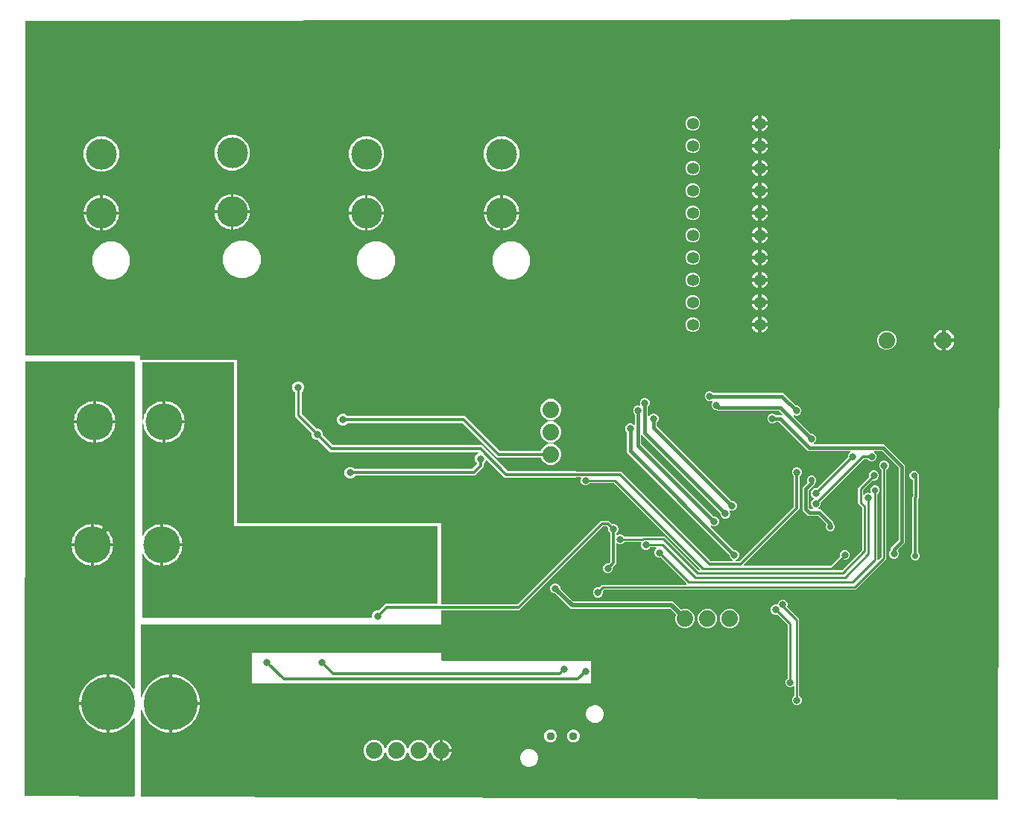
<source format=gbr>
G04 EAGLE Gerber RS-274X export*
G75*
%MOMM*%
%FSLAX34Y34*%
%LPD*%
%INBottom Copper*%
%IPPOS*%
%AMOC8*
5,1,8,0,0,1.08239X$1,22.5*%
G01*
%ADD10C,4.191000*%
%ADD11C,1.879600*%
%ADD12C,3.500000*%
%ADD13C,6.096000*%
%ADD14C,1.355600*%
%ADD15C,0.955600*%
%ADD16C,0.812800*%
%ADD17C,0.805600*%
%ADD18C,0.304800*%
%ADD19C,0.254000*%
%ADD20C,0.736600*%
%ADD21C,0.508000*%
%ADD22C,0.406400*%

G36*
X1112723Y1431D02*
X1112723Y1431D01*
X1112782Y1430D01*
X1112863Y1451D01*
X1112946Y1462D01*
X1113000Y1486D01*
X1113057Y1501D01*
X1113129Y1543D01*
X1113206Y1577D01*
X1113251Y1615D01*
X1113302Y1645D01*
X1113360Y1706D01*
X1113424Y1760D01*
X1113457Y1809D01*
X1113497Y1852D01*
X1113535Y1927D01*
X1113582Y1996D01*
X1113600Y2052D01*
X1113627Y2105D01*
X1113639Y2173D01*
X1113669Y2267D01*
X1113672Y2367D01*
X1113683Y2436D01*
X1116181Y886576D01*
X1116173Y886636D01*
X1116174Y886696D01*
X1116153Y886776D01*
X1116142Y886857D01*
X1116117Y886913D01*
X1116102Y886971D01*
X1116060Y887042D01*
X1116027Y887117D01*
X1115988Y887163D01*
X1115957Y887215D01*
X1115897Y887271D01*
X1115843Y887334D01*
X1115793Y887368D01*
X1115749Y887409D01*
X1115676Y887447D01*
X1115607Y887493D01*
X1115550Y887511D01*
X1115496Y887539D01*
X1115429Y887550D01*
X1115337Y887579D01*
X1115234Y887582D01*
X1115165Y887594D01*
X634999Y887049D01*
X9768Y886340D01*
X9749Y886337D01*
X9730Y886340D01*
X9629Y886318D01*
X9525Y886300D01*
X9508Y886292D01*
X9490Y886288D01*
X9400Y886234D01*
X9308Y886185D01*
X9295Y886171D01*
X9279Y886162D01*
X9211Y886082D01*
X9139Y886007D01*
X9131Y885989D01*
X9118Y885975D01*
X9079Y885878D01*
X9035Y885783D01*
X9033Y885765D01*
X9026Y885747D01*
X9007Y885580D01*
X8469Y506731D01*
X8473Y506711D01*
X8470Y506691D01*
X8492Y506590D01*
X8509Y506488D01*
X8518Y506470D01*
X8523Y506450D01*
X8575Y506362D01*
X8623Y506271D01*
X8638Y506257D01*
X8649Y506239D01*
X8727Y506172D01*
X8802Y506101D01*
X8820Y506093D01*
X8836Y506079D01*
X8931Y506041D01*
X9025Y505997D01*
X9045Y505995D01*
X9064Y505987D01*
X9231Y505969D01*
X138939Y505969D01*
X138939Y501650D01*
X138942Y501630D01*
X138940Y501611D01*
X138962Y501509D01*
X138979Y501407D01*
X138988Y501390D01*
X138992Y501370D01*
X139045Y501281D01*
X139094Y501190D01*
X139108Y501176D01*
X139118Y501159D01*
X139197Y501092D01*
X139272Y501021D01*
X139290Y501012D01*
X139305Y500999D01*
X139401Y500960D01*
X139495Y500917D01*
X139515Y500915D01*
X139533Y500907D01*
X139700Y500889D01*
X249429Y500889D01*
X249429Y316230D01*
X249432Y316210D01*
X249430Y316191D01*
X249452Y316089D01*
X249469Y315987D01*
X249478Y315970D01*
X249482Y315950D01*
X249535Y315861D01*
X249584Y315770D01*
X249598Y315756D01*
X249608Y315739D01*
X249687Y315672D01*
X249762Y315601D01*
X249780Y315592D01*
X249795Y315579D01*
X249891Y315540D01*
X249985Y315497D01*
X250005Y315495D01*
X250023Y315487D01*
X250190Y315469D01*
X481585Y315469D01*
X481585Y223774D01*
X481593Y223716D01*
X481591Y223658D01*
X481613Y223576D01*
X481625Y223492D01*
X481649Y223439D01*
X481663Y223383D01*
X481706Y223310D01*
X481741Y223233D01*
X481779Y223188D01*
X481809Y223138D01*
X481870Y223080D01*
X481925Y223016D01*
X481973Y222984D01*
X482016Y222944D01*
X482091Y222905D01*
X482161Y222858D01*
X482217Y222841D01*
X482269Y222814D01*
X482337Y222803D01*
X482432Y222773D01*
X482532Y222770D01*
X482600Y222759D01*
X567277Y222759D01*
X567363Y222771D01*
X567451Y222774D01*
X567503Y222791D01*
X567558Y222799D01*
X567638Y222834D01*
X567721Y222861D01*
X567760Y222889D01*
X567818Y222915D01*
X567931Y223011D01*
X567995Y223056D01*
X662947Y318009D01*
X671823Y318009D01*
X675335Y314496D01*
X675405Y314444D01*
X675469Y314384D01*
X675519Y314358D01*
X675563Y314325D01*
X675644Y314294D01*
X675722Y314254D01*
X675770Y314246D01*
X675828Y314224D01*
X675976Y314212D01*
X676053Y314199D01*
X678022Y314199D01*
X680076Y313348D01*
X681648Y311776D01*
X682499Y309722D01*
X682499Y307498D01*
X681648Y305444D01*
X680256Y304052D01*
X680204Y303983D01*
X680144Y303919D01*
X680118Y303869D01*
X680085Y303825D01*
X680054Y303744D01*
X680014Y303666D01*
X680006Y303618D01*
X679984Y303560D01*
X679972Y303412D01*
X679959Y303335D01*
X679959Y302816D01*
X679975Y302702D01*
X679985Y302588D01*
X679995Y302562D01*
X679999Y302535D01*
X680046Y302430D01*
X680087Y302323D01*
X680103Y302301D01*
X680115Y302275D01*
X680189Y302188D01*
X680258Y302096D01*
X680281Y302079D01*
X680298Y302058D01*
X680394Y301995D01*
X680486Y301926D01*
X680512Y301916D01*
X680535Y301901D01*
X680645Y301866D01*
X680752Y301825D01*
X680780Y301823D01*
X680806Y301815D01*
X680921Y301812D01*
X681035Y301803D01*
X681060Y301808D01*
X681090Y301808D01*
X681347Y301875D01*
X681363Y301878D01*
X683426Y302733D01*
X685635Y302733D01*
X687675Y301887D01*
X689291Y300272D01*
X689360Y300220D01*
X689424Y300160D01*
X689474Y300134D01*
X689518Y300101D01*
X689600Y300070D01*
X689678Y300030D01*
X689725Y300022D01*
X689784Y300000D01*
X689931Y299988D01*
X690009Y299975D01*
X708864Y299975D01*
X708951Y299987D01*
X709038Y299990D01*
X709091Y300007D01*
X709146Y300015D01*
X709225Y300050D01*
X709309Y300077D01*
X709348Y300105D01*
X709405Y300131D01*
X709518Y300227D01*
X709582Y300272D01*
X709757Y300447D01*
X734746Y300447D01*
X773020Y262172D01*
X773090Y262120D01*
X773154Y262060D01*
X773203Y262034D01*
X773247Y262001D01*
X773329Y261970D01*
X773407Y261930D01*
X773455Y261922D01*
X773513Y261900D01*
X773661Y261888D01*
X773738Y261875D01*
X774392Y261875D01*
X774421Y261879D01*
X774450Y261876D01*
X774561Y261899D01*
X774673Y261915D01*
X774700Y261927D01*
X774729Y261932D01*
X774829Y261984D01*
X774933Y262031D01*
X774955Y262050D01*
X774981Y262063D01*
X775063Y262141D01*
X775150Y262214D01*
X775166Y262239D01*
X775187Y262259D01*
X775245Y262357D01*
X775307Y262451D01*
X775316Y262479D01*
X775331Y262504D01*
X775359Y262614D01*
X775393Y262722D01*
X775394Y262752D01*
X775401Y262780D01*
X775398Y262893D01*
X775400Y263006D01*
X775393Y263035D01*
X775392Y263064D01*
X775357Y263172D01*
X775329Y263281D01*
X775314Y263307D01*
X775305Y263335D01*
X775259Y263398D01*
X775183Y263526D01*
X775138Y263569D01*
X775110Y263608D01*
X678046Y360672D01*
X677976Y360724D01*
X677912Y360784D01*
X677863Y360810D01*
X677819Y360843D01*
X677737Y360874D01*
X677659Y360914D01*
X677611Y360922D01*
X677553Y360944D01*
X677405Y360956D01*
X677328Y360969D01*
X650639Y360969D01*
X650552Y360957D01*
X650465Y360954D01*
X650412Y360937D01*
X650357Y360929D01*
X650277Y360894D01*
X650194Y360867D01*
X650155Y360839D01*
X650098Y360813D01*
X649984Y360717D01*
X649921Y360672D01*
X648305Y359057D01*
X646265Y358211D01*
X644055Y358211D01*
X642015Y359057D01*
X640453Y360619D01*
X639607Y362659D01*
X639607Y364868D01*
X640236Y366387D01*
X640265Y366499D01*
X640300Y366608D01*
X640300Y366636D01*
X640307Y366663D01*
X640304Y366777D01*
X640307Y366892D01*
X640300Y366919D01*
X640299Y366947D01*
X640264Y367056D01*
X640235Y367167D01*
X640221Y367191D01*
X640213Y367218D01*
X640149Y367313D01*
X640090Y367412D01*
X640070Y367431D01*
X640054Y367454D01*
X639967Y367528D01*
X639883Y367606D01*
X639858Y367619D01*
X639837Y367637D01*
X639732Y367683D01*
X639630Y367736D01*
X639605Y367740D01*
X639577Y367752D01*
X639313Y367789D01*
X639298Y367791D01*
X635000Y367791D01*
X634942Y367783D01*
X634884Y367785D01*
X634802Y367763D01*
X634719Y367751D01*
X634665Y367728D01*
X634609Y367713D01*
X634536Y367670D01*
X634459Y367635D01*
X634414Y367597D01*
X634364Y367568D01*
X634306Y367506D01*
X634242Y367452D01*
X634210Y367403D01*
X634170Y367360D01*
X634131Y367285D01*
X634085Y367215D01*
X634067Y367159D01*
X634040Y367107D01*
X634029Y367039D01*
X633999Y366944D01*
X633996Y366844D01*
X633985Y366776D01*
X633985Y366775D01*
X553306Y366775D01*
X550702Y369379D01*
X533277Y386804D01*
X533240Y386831D01*
X533209Y386865D01*
X533168Y386887D01*
X533135Y386916D01*
X533106Y386928D01*
X533077Y386948D01*
X533034Y386961D01*
X532993Y386984D01*
X532945Y386992D01*
X532907Y387008D01*
X532870Y387012D01*
X532842Y387020D01*
X532803Y387019D01*
X532784Y387021D01*
X532751Y387027D01*
X532742Y387026D01*
X532740Y387026D01*
X532738Y387026D01*
X532687Y387018D01*
X532674Y387016D01*
X532597Y387014D01*
X532553Y386998D01*
X532508Y386992D01*
X532499Y386987D01*
X532496Y386987D01*
X532438Y386956D01*
X532365Y386930D01*
X532330Y386901D01*
X532289Y386880D01*
X532283Y386874D01*
X532278Y386871D01*
X532232Y386823D01*
X532173Y386776D01*
X532149Y386737D01*
X532116Y386704D01*
X532112Y386696D01*
X532109Y386693D01*
X532102Y386678D01*
X532051Y386585D01*
X532040Y386569D01*
X532039Y386564D01*
X532036Y386557D01*
X531349Y384899D01*
X530068Y383618D01*
X530015Y383544D01*
X529955Y383475D01*
X529943Y383445D01*
X529924Y383418D01*
X529897Y383331D01*
X529863Y383247D01*
X529859Y383206D01*
X529852Y383183D01*
X529853Y383151D01*
X529845Y383080D01*
X529845Y379316D01*
X519844Y369315D01*
X384191Y369315D01*
X384076Y369296D01*
X383960Y369279D01*
X383954Y369277D01*
X383948Y369276D01*
X383845Y369221D01*
X383740Y369168D01*
X383736Y369163D01*
X383730Y369160D01*
X383651Y369076D01*
X383568Y368992D01*
X383565Y368986D01*
X383561Y368982D01*
X383553Y368965D01*
X383530Y368924D01*
X381664Y367058D01*
X379250Y366058D01*
X376637Y366058D01*
X374223Y367058D01*
X372375Y368906D01*
X371375Y371320D01*
X371375Y373933D01*
X372375Y376347D01*
X374223Y378195D01*
X376637Y379195D01*
X379250Y379195D01*
X381664Y378195D01*
X382192Y377668D01*
X382266Y377615D01*
X382335Y377555D01*
X382365Y377543D01*
X382392Y377524D01*
X382479Y377497D01*
X382563Y377463D01*
X382604Y377459D01*
X382627Y377452D01*
X382659Y377453D01*
X382730Y377445D01*
X516161Y377445D01*
X516251Y377459D01*
X516342Y377467D01*
X516372Y377479D01*
X516404Y377484D01*
X516484Y377527D01*
X516568Y377563D01*
X516600Y377589D01*
X516621Y377600D01*
X516643Y377623D01*
X516699Y377668D01*
X521492Y382461D01*
X521545Y382535D01*
X521605Y382604D01*
X521617Y382634D01*
X521636Y382660D01*
X521663Y382747D01*
X521697Y382832D01*
X521701Y382873D01*
X521708Y382896D01*
X521707Y382928D01*
X521715Y382999D01*
X521715Y383080D01*
X521701Y383170D01*
X521693Y383261D01*
X521681Y383291D01*
X521676Y383323D01*
X521633Y383403D01*
X521597Y383487D01*
X521571Y383519D01*
X521560Y383540D01*
X521537Y383562D01*
X521492Y383618D01*
X520211Y384899D01*
X519211Y387313D01*
X519211Y389927D01*
X520211Y392341D01*
X522059Y394189D01*
X522861Y394521D01*
X522944Y394572D01*
X523029Y394618D01*
X523047Y394637D01*
X523070Y394650D01*
X523132Y394725D01*
X523199Y394796D01*
X523210Y394820D01*
X523227Y394840D01*
X523261Y394931D01*
X523302Y395019D01*
X523305Y395045D01*
X523315Y395069D01*
X523319Y395167D01*
X523330Y395263D01*
X523324Y395289D01*
X523325Y395315D01*
X523298Y395409D01*
X523277Y395504D01*
X523264Y395526D01*
X523257Y395551D01*
X523201Y395631D01*
X523151Y395715D01*
X523131Y395732D01*
X523116Y395753D01*
X523038Y395812D01*
X522964Y395875D01*
X522940Y395885D01*
X522919Y395900D01*
X522826Y395930D01*
X522736Y395967D01*
X522704Y395970D01*
X522685Y395976D01*
X522652Y395976D01*
X522569Y395985D01*
X355186Y395985D01*
X341403Y409768D01*
X341329Y409821D01*
X341260Y409881D01*
X341230Y409893D01*
X341204Y409912D01*
X341117Y409939D01*
X341032Y409973D01*
X340991Y409977D01*
X340968Y409984D01*
X340936Y409983D01*
X340865Y409991D01*
X339053Y409991D01*
X336639Y410991D01*
X334791Y412839D01*
X333791Y415253D01*
X333791Y417424D01*
X333777Y417514D01*
X333769Y417605D01*
X333757Y417635D01*
X333752Y417667D01*
X333709Y417748D01*
X333673Y417832D01*
X333647Y417864D01*
X333636Y417884D01*
X333613Y417907D01*
X333568Y417962D01*
X314959Y436572D01*
X314959Y464106D01*
X314945Y464196D01*
X314937Y464287D01*
X314925Y464317D01*
X314920Y464349D01*
X314877Y464429D01*
X314841Y464513D01*
X314815Y464545D01*
X314804Y464566D01*
X314781Y464588D01*
X314736Y464644D01*
X313201Y466179D01*
X312201Y468593D01*
X312201Y471207D01*
X313201Y473621D01*
X315049Y475469D01*
X317463Y476469D01*
X320077Y476469D01*
X322491Y475469D01*
X324339Y473621D01*
X325339Y471207D01*
X325339Y468593D01*
X324339Y466179D01*
X322804Y464644D01*
X322751Y464570D01*
X322691Y464501D01*
X322679Y464471D01*
X322660Y464444D01*
X322633Y464357D01*
X322599Y464273D01*
X322595Y464232D01*
X322588Y464209D01*
X322589Y464177D01*
X322581Y464106D01*
X322581Y440044D01*
X322595Y439954D01*
X322603Y439863D01*
X322615Y439833D01*
X322620Y439801D01*
X322663Y439720D01*
X322699Y439636D01*
X322725Y439604D01*
X322736Y439584D01*
X322759Y439561D01*
X322804Y439506D01*
X338958Y423352D01*
X339031Y423299D01*
X339101Y423239D01*
X339131Y423227D01*
X339157Y423208D01*
X339244Y423181D01*
X339329Y423147D01*
X339370Y423143D01*
X339392Y423136D01*
X339425Y423137D01*
X339496Y423129D01*
X341667Y423129D01*
X344081Y422129D01*
X345929Y420281D01*
X346929Y417867D01*
X346929Y416055D01*
X346943Y415965D01*
X346951Y415874D01*
X346963Y415844D01*
X346968Y415812D01*
X347011Y415732D01*
X347047Y415648D01*
X347073Y415616D01*
X347084Y415595D01*
X347107Y415573D01*
X347152Y415517D01*
X358331Y404338D01*
X358405Y404285D01*
X358474Y404225D01*
X358504Y404213D01*
X358530Y404194D01*
X358617Y404167D01*
X358702Y404133D01*
X358743Y404129D01*
X358766Y404122D01*
X358798Y404123D01*
X358869Y404115D01*
X527464Y404115D01*
X556451Y375128D01*
X556525Y375075D01*
X556594Y375015D01*
X556624Y375003D01*
X556650Y374984D01*
X556737Y374957D01*
X556822Y374923D01*
X556863Y374919D01*
X556886Y374912D01*
X556918Y374913D01*
X556989Y374905D01*
X633985Y374905D01*
X633985Y374904D01*
X633993Y374846D01*
X633991Y374788D01*
X634013Y374706D01*
X634025Y374622D01*
X634049Y374569D01*
X634063Y374513D01*
X634106Y374440D01*
X634141Y374363D01*
X634179Y374318D01*
X634209Y374268D01*
X634270Y374210D01*
X634325Y374146D01*
X634373Y374114D01*
X634416Y374074D01*
X634491Y374035D01*
X634561Y373988D01*
X634617Y373971D01*
X634669Y373944D01*
X634737Y373933D01*
X634832Y373903D01*
X634932Y373900D01*
X635000Y373889D01*
X685793Y373889D01*
X787095Y272586D01*
X787165Y272534D01*
X787229Y272474D01*
X787279Y272448D01*
X787323Y272415D01*
X787404Y272384D01*
X787482Y272344D01*
X787530Y272336D01*
X787588Y272314D01*
X787736Y272302D01*
X787813Y272289D01*
X811624Y272289D01*
X811709Y272301D01*
X811795Y272303D01*
X811849Y272321D01*
X811906Y272329D01*
X811984Y272364D01*
X812066Y272390D01*
X812113Y272422D01*
X812165Y272445D01*
X812231Y272500D01*
X812302Y272548D01*
X812339Y272592D01*
X812382Y272628D01*
X812430Y272700D01*
X812485Y272766D01*
X812508Y272818D01*
X812540Y272865D01*
X812566Y272947D01*
X812600Y273026D01*
X812608Y273082D01*
X812625Y273136D01*
X812628Y273222D01*
X812639Y273307D01*
X812631Y273363D01*
X812633Y273420D01*
X812611Y273503D01*
X812599Y273589D01*
X812575Y273640D01*
X812561Y273695D01*
X812517Y273769D01*
X812482Y273848D01*
X812445Y273891D01*
X812416Y273940D01*
X812353Y273999D01*
X812297Y274064D01*
X812255Y274090D01*
X812208Y274134D01*
X812079Y274200D01*
X812013Y274242D01*
X810925Y274693D01*
X809363Y276255D01*
X808517Y278295D01*
X808517Y279502D01*
X808505Y279589D01*
X808502Y279676D01*
X808485Y279729D01*
X808477Y279784D01*
X808442Y279864D01*
X808415Y279947D01*
X808387Y279986D01*
X808361Y280043D01*
X808265Y280156D01*
X808220Y280220D01*
X692403Y396037D01*
X692403Y418193D01*
X692391Y418280D01*
X692388Y418367D01*
X692371Y418420D01*
X692363Y418475D01*
X692328Y418555D01*
X692301Y418638D01*
X692273Y418677D01*
X692247Y418734D01*
X692151Y418848D01*
X692106Y418911D01*
X691253Y419765D01*
X690407Y421805D01*
X690407Y424015D01*
X691253Y426055D01*
X692815Y427617D01*
X694855Y428463D01*
X697065Y428463D01*
X699105Y427617D01*
X699560Y427163D01*
X699584Y427145D01*
X699603Y427123D01*
X699697Y427060D01*
X699787Y426992D01*
X699815Y426981D01*
X699839Y426965D01*
X699947Y426931D01*
X700053Y426891D01*
X700082Y426888D01*
X700110Y426879D01*
X700224Y426876D01*
X700336Y426867D01*
X700365Y426873D01*
X700394Y426872D01*
X700504Y426901D01*
X700615Y426923D01*
X700641Y426936D01*
X700669Y426944D01*
X700767Y427001D01*
X700867Y427054D01*
X700889Y427074D01*
X700914Y427089D01*
X700991Y427172D01*
X701073Y427250D01*
X701088Y427275D01*
X701108Y427296D01*
X701160Y427397D01*
X701217Y427495D01*
X701224Y427523D01*
X701238Y427549D01*
X701251Y427627D01*
X701287Y427770D01*
X701285Y427833D01*
X701293Y427881D01*
X701293Y438513D01*
X701281Y438600D01*
X701278Y438687D01*
X701261Y438740D01*
X701253Y438795D01*
X701218Y438875D01*
X701191Y438958D01*
X701163Y438997D01*
X701137Y439054D01*
X701041Y439168D01*
X700996Y439231D01*
X700143Y440085D01*
X699297Y442125D01*
X699297Y444335D01*
X700143Y446375D01*
X701705Y447937D01*
X703745Y448783D01*
X705955Y448783D01*
X705969Y448777D01*
X705997Y448770D01*
X706023Y448756D01*
X706134Y448734D01*
X706244Y448706D01*
X706273Y448707D01*
X706302Y448701D01*
X706415Y448711D01*
X706528Y448714D01*
X706556Y448723D01*
X706585Y448726D01*
X706691Y448766D01*
X706799Y448801D01*
X706823Y448817D01*
X706851Y448828D01*
X706940Y448896D01*
X707035Y448959D01*
X707054Y448982D01*
X707077Y448999D01*
X707145Y449090D01*
X707218Y449177D01*
X707230Y449203D01*
X707247Y449227D01*
X707287Y449333D01*
X707333Y449436D01*
X707337Y449465D01*
X707348Y449493D01*
X707357Y449606D01*
X707372Y449718D01*
X707368Y449747D01*
X707371Y449776D01*
X707353Y449853D01*
X707332Y449999D01*
X707306Y450056D01*
X707295Y450103D01*
X706917Y451016D01*
X706917Y453225D01*
X707763Y455265D01*
X709325Y456827D01*
X711365Y457673D01*
X713575Y457673D01*
X715615Y456827D01*
X717177Y455265D01*
X718023Y453225D01*
X718023Y451015D01*
X717177Y448975D01*
X716324Y448121D01*
X716272Y448052D01*
X716212Y447988D01*
X716186Y447938D01*
X716153Y447894D01*
X716122Y447812D01*
X716082Y447734D01*
X716074Y447687D01*
X716052Y447628D01*
X716040Y447481D01*
X716027Y447403D01*
X716027Y438012D01*
X716039Y437927D01*
X716041Y437841D01*
X716059Y437787D01*
X716067Y437731D01*
X716102Y437652D01*
X716128Y437570D01*
X716160Y437523D01*
X716183Y437471D01*
X716239Y437406D01*
X716286Y437334D01*
X716330Y437298D01*
X716366Y437254D01*
X716438Y437207D01*
X716504Y437151D01*
X716556Y437128D01*
X716603Y437097D01*
X716685Y437071D01*
X716764Y437036D01*
X716820Y437028D01*
X716874Y437011D01*
X716960Y437009D01*
X717046Y436997D01*
X717102Y437005D01*
X717158Y437004D01*
X717242Y437025D01*
X717327Y437038D01*
X717379Y437061D01*
X717433Y437076D01*
X717507Y437120D01*
X717586Y437155D01*
X717629Y437192D01*
X717678Y437221D01*
X717737Y437284D01*
X717802Y437339D01*
X717828Y437381D01*
X717872Y437428D01*
X717880Y437442D01*
X719485Y439047D01*
X721525Y439893D01*
X723735Y439893D01*
X725775Y439047D01*
X727337Y437485D01*
X728183Y435445D01*
X728183Y433235D01*
X727337Y431195D01*
X726484Y430341D01*
X726432Y430272D01*
X726372Y430208D01*
X726346Y430158D01*
X726313Y430114D01*
X726282Y430032D01*
X726242Y429954D01*
X726234Y429907D01*
X726212Y429848D01*
X726200Y429701D01*
X726187Y429623D01*
X726187Y426074D01*
X726199Y425987D01*
X726202Y425900D01*
X726219Y425847D01*
X726227Y425792D01*
X726262Y425712D01*
X726289Y425629D01*
X726317Y425590D01*
X726343Y425533D01*
X726439Y425420D01*
X726484Y425356D01*
X810710Y341130D01*
X810780Y341078D01*
X810844Y341018D01*
X810893Y340992D01*
X810937Y340959D01*
X811019Y340928D01*
X811097Y340888D01*
X811144Y340880D01*
X811203Y340858D01*
X811350Y340846D01*
X811428Y340833D01*
X812635Y340833D01*
X814675Y339987D01*
X816237Y338425D01*
X817083Y336385D01*
X817083Y334175D01*
X816237Y332135D01*
X814675Y330573D01*
X812635Y329727D01*
X810425Y329727D01*
X810411Y329733D01*
X810383Y329740D01*
X810357Y329754D01*
X810246Y329776D01*
X810136Y329804D01*
X810107Y329803D01*
X810078Y329809D01*
X809965Y329799D01*
X809852Y329796D01*
X809824Y329787D01*
X809795Y329784D01*
X809689Y329744D01*
X809581Y329709D01*
X809557Y329693D01*
X809529Y329682D01*
X809440Y329614D01*
X809345Y329551D01*
X809326Y329528D01*
X809303Y329511D01*
X809235Y329420D01*
X809162Y329333D01*
X809150Y329307D01*
X809133Y329283D01*
X809093Y329177D01*
X809047Y329074D01*
X809043Y329045D01*
X809032Y329017D01*
X809023Y328904D01*
X809008Y328792D01*
X809012Y328763D01*
X809009Y328734D01*
X809027Y328657D01*
X809048Y328511D01*
X809074Y328454D01*
X809085Y328407D01*
X809463Y327494D01*
X809463Y325285D01*
X808617Y323245D01*
X807055Y321683D01*
X805015Y320837D01*
X802805Y320837D01*
X800765Y321683D01*
X799203Y323245D01*
X798357Y325285D01*
X798357Y326492D01*
X798345Y326579D01*
X798342Y326666D01*
X798325Y326719D01*
X798317Y326774D01*
X798282Y326854D01*
X798255Y326937D01*
X798227Y326976D01*
X798201Y327033D01*
X798105Y327146D01*
X798060Y327210D01*
X711294Y413976D01*
X710140Y415130D01*
X710116Y415148D01*
X710097Y415170D01*
X710003Y415233D01*
X709913Y415301D01*
X709885Y415311D01*
X709861Y415328D01*
X709753Y415362D01*
X709647Y415402D01*
X709618Y415405D01*
X709590Y415414D01*
X709476Y415416D01*
X709364Y415426D01*
X709335Y415420D01*
X709306Y415421D01*
X709196Y415392D01*
X709085Y415370D01*
X709059Y415356D01*
X709031Y415349D01*
X708933Y415291D01*
X708833Y415239D01*
X708811Y415219D01*
X708786Y415204D01*
X708709Y415121D01*
X708627Y415043D01*
X708612Y415018D01*
X708592Y414996D01*
X708540Y414895D01*
X708483Y414798D01*
X708476Y414769D01*
X708462Y414743D01*
X708449Y414666D01*
X708413Y414522D01*
X708415Y414460D01*
X708407Y414412D01*
X708407Y405754D01*
X708419Y405667D01*
X708422Y405580D01*
X708439Y405527D01*
X708447Y405472D01*
X708482Y405392D01*
X708509Y405309D01*
X708537Y405270D01*
X708563Y405213D01*
X708659Y405100D01*
X708704Y405036D01*
X790390Y323350D01*
X790460Y323298D01*
X790524Y323238D01*
X790573Y323212D01*
X790617Y323179D01*
X790699Y323148D01*
X790777Y323108D01*
X790824Y323100D01*
X790883Y323078D01*
X791030Y323066D01*
X791108Y323053D01*
X792315Y323053D01*
X794355Y322207D01*
X795917Y320645D01*
X796763Y318605D01*
X796763Y316395D01*
X795917Y314355D01*
X794355Y312793D01*
X792315Y311947D01*
X790106Y311947D01*
X788756Y312506D01*
X788673Y312528D01*
X788592Y312558D01*
X788536Y312563D01*
X788481Y312577D01*
X788395Y312575D01*
X788309Y312582D01*
X788253Y312571D01*
X788197Y312569D01*
X788115Y312543D01*
X788030Y312526D01*
X787980Y312500D01*
X787926Y312482D01*
X787854Y312435D01*
X787778Y312395D01*
X787737Y312356D01*
X787690Y312324D01*
X787634Y312258D01*
X787572Y312199D01*
X787543Y312150D01*
X787507Y312107D01*
X787472Y312028D01*
X787428Y311954D01*
X787414Y311899D01*
X787391Y311847D01*
X787379Y311762D01*
X787358Y311678D01*
X787360Y311622D01*
X787352Y311565D01*
X787365Y311480D01*
X787367Y311394D01*
X787385Y311340D01*
X787393Y311284D01*
X787428Y311205D01*
X787455Y311124D01*
X787483Y311084D01*
X787510Y311025D01*
X787604Y310914D01*
X787650Y310850D01*
X813250Y285250D01*
X813320Y285198D01*
X813384Y285138D01*
X813433Y285112D01*
X813477Y285079D01*
X813559Y285048D01*
X813637Y285008D01*
X813684Y285000D01*
X813743Y284978D01*
X813890Y284966D01*
X813968Y284953D01*
X815175Y284953D01*
X817215Y284107D01*
X818777Y282545D01*
X819623Y280505D01*
X819623Y278295D01*
X818777Y276255D01*
X817215Y274693D01*
X816127Y274242D01*
X816053Y274198D01*
X815975Y274163D01*
X815932Y274126D01*
X815883Y274097D01*
X815824Y274035D01*
X815758Y273979D01*
X815726Y273932D01*
X815687Y273891D01*
X815648Y273814D01*
X815600Y273743D01*
X815583Y273689D01*
X815557Y273638D01*
X815540Y273554D01*
X815515Y273472D01*
X815513Y273415D01*
X815502Y273359D01*
X815509Y273274D01*
X815507Y273188D01*
X815522Y273133D01*
X815527Y273076D01*
X815557Y272996D01*
X815579Y272913D01*
X815608Y272864D01*
X815629Y272811D01*
X815680Y272742D01*
X815724Y272668D01*
X815766Y272629D01*
X815800Y272584D01*
X815869Y272532D01*
X815932Y272474D01*
X815982Y272448D01*
X816028Y272414D01*
X816108Y272383D01*
X816185Y272344D01*
X816234Y272336D01*
X816294Y272313D01*
X816438Y272302D01*
X816516Y272289D01*
X820007Y272289D01*
X820093Y272301D01*
X820181Y272304D01*
X820233Y272321D01*
X820288Y272329D01*
X820368Y272364D01*
X820451Y272391D01*
X820490Y272419D01*
X820548Y272445D01*
X820661Y272541D01*
X820725Y272586D01*
X881844Y333705D01*
X881865Y333734D01*
X881884Y333750D01*
X881912Y333792D01*
X881956Y333839D01*
X881982Y333889D01*
X882015Y333933D01*
X882027Y333964D01*
X882042Y333986D01*
X882058Y334037D01*
X882086Y334092D01*
X882094Y334140D01*
X882116Y334198D01*
X882119Y334230D01*
X882127Y334257D01*
X882130Y334355D01*
X882141Y334423D01*
X882141Y368155D01*
X882129Y368242D01*
X882126Y368329D01*
X882109Y368382D01*
X882101Y368437D01*
X882066Y368517D01*
X882039Y368600D01*
X882011Y368639D01*
X881985Y368696D01*
X881889Y368810D01*
X881844Y368873D01*
X880483Y370235D01*
X879637Y372275D01*
X879637Y374485D01*
X880483Y376525D01*
X882045Y378087D01*
X884085Y378933D01*
X886295Y378933D01*
X888335Y378087D01*
X889897Y376525D01*
X890743Y374485D01*
X890743Y372275D01*
X889897Y370235D01*
X888536Y368873D01*
X888484Y368804D01*
X888424Y368740D01*
X888398Y368690D01*
X888365Y368646D01*
X888334Y368564D01*
X888294Y368486D01*
X888286Y368439D01*
X888264Y368380D01*
X888252Y368233D01*
X888239Y368155D01*
X888239Y331477D01*
X886155Y329394D01*
X825449Y268688D01*
X825432Y268664D01*
X825409Y268645D01*
X825346Y268551D01*
X825279Y268461D01*
X825268Y268433D01*
X825252Y268409D01*
X825218Y268301D01*
X825177Y268195D01*
X825175Y268166D01*
X825166Y268138D01*
X825163Y268024D01*
X825154Y267912D01*
X825159Y267883D01*
X825159Y267854D01*
X825187Y267744D01*
X825210Y267633D01*
X825223Y267607D01*
X825231Y267579D01*
X825288Y267481D01*
X825341Y267381D01*
X825361Y267359D01*
X825376Y267334D01*
X825458Y267257D01*
X825536Y267175D01*
X825562Y267160D01*
X825583Y267140D01*
X825684Y267088D01*
X825782Y267031D01*
X825810Y267024D01*
X825836Y267010D01*
X825914Y266997D01*
X826057Y266961D01*
X826120Y266963D01*
X826167Y266955D01*
X922982Y266955D01*
X923068Y266967D01*
X923156Y266970D01*
X923209Y266987D01*
X923263Y266995D01*
X923343Y267030D01*
X923426Y267057D01*
X923466Y267085D01*
X923523Y267111D01*
X923636Y267207D01*
X923700Y267252D01*
X933950Y277502D01*
X934002Y277572D01*
X934062Y277636D01*
X934088Y277685D01*
X934121Y277729D01*
X934152Y277811D01*
X934192Y277889D01*
X934200Y277937D01*
X934222Y277995D01*
X934234Y278143D01*
X934247Y278220D01*
X934247Y280505D01*
X935093Y282545D01*
X936655Y284107D01*
X938695Y284953D01*
X940905Y284953D01*
X942945Y284107D01*
X944507Y282545D01*
X945353Y280505D01*
X945353Y278295D01*
X944507Y276255D01*
X942945Y274693D01*
X940905Y273847D01*
X938620Y273847D01*
X938534Y273835D01*
X938446Y273832D01*
X938393Y273815D01*
X938339Y273807D01*
X938259Y273772D01*
X938176Y273745D01*
X938136Y273717D01*
X938079Y273691D01*
X937966Y273595D01*
X937902Y273550D01*
X927960Y263608D01*
X927943Y263584D01*
X927920Y263565D01*
X927857Y263471D01*
X927789Y263381D01*
X927779Y263353D01*
X927763Y263329D01*
X927728Y263221D01*
X927688Y263115D01*
X927686Y263086D01*
X927677Y263058D01*
X927674Y262944D01*
X927665Y262832D01*
X927670Y262803D01*
X927670Y262774D01*
X927698Y262664D01*
X927720Y262553D01*
X927734Y262527D01*
X927741Y262499D01*
X927799Y262401D01*
X927851Y262301D01*
X927872Y262279D01*
X927887Y262254D01*
X927969Y262177D01*
X928047Y262095D01*
X928073Y262080D01*
X928094Y262060D01*
X928195Y262008D01*
X928292Y261951D01*
X928321Y261944D01*
X928347Y261930D01*
X928424Y261917D01*
X928568Y261881D01*
X928630Y261883D01*
X928678Y261875D01*
X935682Y261875D01*
X935768Y261887D01*
X935856Y261890D01*
X935909Y261907D01*
X935963Y261915D01*
X936043Y261950D01*
X936126Y261977D01*
X936166Y262005D01*
X936223Y262031D01*
X936336Y262127D01*
X936400Y262172D01*
X959314Y285086D01*
X959366Y285156D01*
X959426Y285220D01*
X959452Y285269D01*
X959485Y285313D01*
X959516Y285395D01*
X959556Y285473D01*
X959564Y285521D01*
X959586Y285579D01*
X959598Y285727D01*
X959611Y285804D01*
X959611Y332686D01*
X959599Y332772D01*
X959596Y332860D01*
X959579Y332913D01*
X959571Y332967D01*
X959536Y333047D01*
X959509Y333130D01*
X959481Y333170D01*
X959455Y333227D01*
X959359Y333340D01*
X959314Y333404D01*
X954785Y337932D01*
X954785Y355488D01*
X966970Y367672D01*
X967022Y367742D01*
X967082Y367806D01*
X967108Y367855D01*
X967141Y367899D01*
X967172Y367981D01*
X967212Y368059D01*
X967220Y368107D01*
X967242Y368165D01*
X967254Y368313D01*
X967267Y368390D01*
X967267Y370675D01*
X968113Y372715D01*
X969675Y374277D01*
X971715Y375123D01*
X973925Y375123D01*
X975965Y374277D01*
X977527Y372715D01*
X978373Y370675D01*
X978373Y368465D01*
X977527Y366425D01*
X975965Y364863D01*
X973925Y364017D01*
X971640Y364017D01*
X971554Y364005D01*
X971466Y364002D01*
X971413Y363985D01*
X971359Y363977D01*
X971279Y363942D01*
X971196Y363915D01*
X971156Y363887D01*
X971099Y363861D01*
X970986Y363765D01*
X970922Y363720D01*
X960672Y353470D01*
X960620Y353400D01*
X960560Y353336D01*
X960534Y353287D01*
X960501Y353243D01*
X960470Y353161D01*
X960430Y353083D01*
X960422Y353035D01*
X960400Y352977D01*
X960392Y352877D01*
X960389Y352868D01*
X960388Y352829D01*
X960375Y352752D01*
X960375Y348379D01*
X960379Y348349D01*
X960376Y348320D01*
X960399Y348209D01*
X960415Y348097D01*
X960427Y348070D01*
X960432Y348041D01*
X960485Y347941D01*
X960531Y347838D01*
X960550Y347815D01*
X960563Y347789D01*
X960641Y347707D01*
X960714Y347621D01*
X960739Y347604D01*
X960759Y347583D01*
X960857Y347526D01*
X960951Y347463D01*
X960979Y347454D01*
X961004Y347439D01*
X961114Y347412D01*
X961222Y347377D01*
X961252Y347376D01*
X961280Y347369D01*
X961393Y347373D01*
X961506Y347370D01*
X961535Y347377D01*
X961564Y347378D01*
X961672Y347413D01*
X961781Y347442D01*
X961807Y347457D01*
X961835Y347466D01*
X961899Y347511D01*
X962026Y347587D01*
X962069Y347633D01*
X962108Y347661D01*
X963325Y348877D01*
X965365Y349723D01*
X967574Y349723D01*
X968039Y349530D01*
X968068Y349523D01*
X968094Y349509D01*
X968205Y349487D01*
X968315Y349459D01*
X968344Y349460D01*
X968373Y349454D01*
X968486Y349464D01*
X968599Y349467D01*
X968627Y349476D01*
X968656Y349479D01*
X968762Y349520D01*
X968870Y349554D01*
X968894Y349570D01*
X968921Y349581D01*
X969012Y349649D01*
X969106Y349712D01*
X969125Y349735D01*
X969148Y349752D01*
X969216Y349843D01*
X969289Y349930D01*
X969301Y349957D01*
X969318Y349980D01*
X969358Y350086D01*
X969404Y350190D01*
X969408Y350219D01*
X969419Y350246D01*
X969428Y350359D01*
X969443Y350471D01*
X969439Y350500D01*
X969441Y350530D01*
X969424Y350606D01*
X969402Y350753D01*
X969377Y350810D01*
X969366Y350857D01*
X968882Y352024D01*
X968882Y354096D01*
X969675Y356010D01*
X971140Y357475D01*
X973054Y358268D01*
X975126Y358268D01*
X977040Y357475D01*
X978505Y356010D01*
X979298Y354096D01*
X979298Y352024D01*
X978505Y350110D01*
X977182Y348787D01*
X977130Y348717D01*
X977070Y348654D01*
X977044Y348604D01*
X977011Y348560D01*
X976980Y348478D01*
X976940Y348400D01*
X976932Y348353D01*
X976910Y348294D01*
X976898Y348147D01*
X976885Y348069D01*
X976885Y274628D01*
X976889Y274599D01*
X976886Y274570D01*
X976909Y274459D01*
X976925Y274347D01*
X976937Y274320D01*
X976942Y274291D01*
X976995Y274191D01*
X977041Y274087D01*
X977060Y274065D01*
X977073Y274039D01*
X977151Y273957D01*
X977224Y273870D01*
X977249Y273854D01*
X977269Y273833D01*
X977367Y273775D01*
X977461Y273713D01*
X977489Y273704D01*
X977514Y273689D01*
X977624Y273661D01*
X977732Y273627D01*
X977762Y273626D01*
X977790Y273619D01*
X977903Y273622D01*
X978016Y273620D01*
X978045Y273627D01*
X978074Y273628D01*
X978182Y273663D01*
X978291Y273691D01*
X978317Y273706D01*
X978345Y273715D01*
X978408Y273761D01*
X978536Y273837D01*
X978579Y273882D01*
X978618Y273910D01*
X981158Y276450D01*
X981210Y276520D01*
X981270Y276584D01*
X981296Y276633D01*
X981329Y276677D01*
X981360Y276759D01*
X981400Y276837D01*
X981408Y276885D01*
X981430Y276943D01*
X981442Y277091D01*
X981455Y277168D01*
X981455Y375521D01*
X981443Y375608D01*
X981440Y375695D01*
X981423Y375748D01*
X981415Y375803D01*
X981380Y375883D01*
X981353Y375966D01*
X981325Y376005D01*
X981299Y376062D01*
X981203Y376176D01*
X981158Y376239D01*
X979543Y377855D01*
X978697Y379895D01*
X978697Y382105D01*
X979543Y384145D01*
X981105Y385707D01*
X983145Y386553D01*
X985355Y386553D01*
X987395Y385707D01*
X988957Y384145D01*
X989803Y382105D01*
X989803Y379895D01*
X988957Y377855D01*
X987342Y376239D01*
X987290Y376170D01*
X987230Y376106D01*
X987204Y376056D01*
X987171Y376012D01*
X987140Y375930D01*
X987100Y375852D01*
X987092Y375805D01*
X987070Y375746D01*
X987058Y375599D01*
X987045Y375521D01*
X987045Y274432D01*
X952388Y239775D01*
X666586Y239775D01*
X666500Y239763D01*
X666412Y239760D01*
X666359Y239743D01*
X666305Y239735D01*
X666225Y239700D01*
X666142Y239673D01*
X666102Y239645D01*
X666045Y239619D01*
X665932Y239523D01*
X665868Y239478D01*
X664980Y238590D01*
X664928Y238520D01*
X664868Y238456D01*
X664842Y238407D01*
X664809Y238363D01*
X664778Y238281D01*
X664738Y238203D01*
X664730Y238155D01*
X664708Y238097D01*
X664696Y237949D01*
X664683Y237872D01*
X664683Y235587D01*
X663837Y233547D01*
X662275Y231985D01*
X660235Y231139D01*
X658025Y231139D01*
X655985Y231985D01*
X654423Y233547D01*
X653577Y235587D01*
X653577Y237797D01*
X654423Y239837D01*
X655985Y241399D01*
X658025Y242245D01*
X660310Y242245D01*
X660396Y242257D01*
X660484Y242260D01*
X660537Y242277D01*
X660591Y242285D01*
X660671Y242320D01*
X660754Y242347D01*
X660794Y242375D01*
X660851Y242401D01*
X660964Y242497D01*
X661028Y242542D01*
X663850Y245365D01*
X759152Y245365D01*
X759181Y245369D01*
X759210Y245366D01*
X759321Y245389D01*
X759433Y245405D01*
X759460Y245417D01*
X759489Y245422D01*
X759589Y245474D01*
X759693Y245521D01*
X759715Y245540D01*
X759741Y245553D01*
X759823Y245631D01*
X759910Y245704D01*
X759926Y245729D01*
X759947Y245749D01*
X760005Y245847D01*
X760067Y245941D01*
X760076Y245969D01*
X760091Y245994D01*
X760119Y246104D01*
X760153Y246212D01*
X760154Y246242D01*
X760161Y246270D01*
X760158Y246383D01*
X760160Y246496D01*
X760153Y246525D01*
X760152Y246554D01*
X760117Y246662D01*
X760089Y246771D01*
X760074Y246797D01*
X760065Y246825D01*
X760019Y246888D01*
X759943Y247016D01*
X759898Y247059D01*
X759870Y247098D01*
X730878Y276090D01*
X730808Y276142D01*
X730744Y276202D01*
X730695Y276228D01*
X730651Y276261D01*
X730569Y276292D01*
X730491Y276332D01*
X730443Y276340D01*
X730385Y276362D01*
X730237Y276374D01*
X730160Y276387D01*
X727875Y276387D01*
X725835Y277233D01*
X724273Y278795D01*
X723427Y280835D01*
X723427Y283045D01*
X724273Y285085D01*
X725489Y286302D01*
X725507Y286326D01*
X725529Y286345D01*
X725592Y286439D01*
X725660Y286529D01*
X725671Y286557D01*
X725687Y286581D01*
X725721Y286689D01*
X725761Y286795D01*
X725764Y286824D01*
X725773Y286852D01*
X725776Y286966D01*
X725785Y287078D01*
X725779Y287107D01*
X725780Y287136D01*
X725751Y287246D01*
X725729Y287357D01*
X725716Y287383D01*
X725708Y287411D01*
X725651Y287509D01*
X725598Y287609D01*
X725578Y287631D01*
X725563Y287656D01*
X725481Y287733D01*
X725402Y287815D01*
X725377Y287830D01*
X725356Y287850D01*
X725255Y287902D01*
X725157Y287959D01*
X725129Y287966D01*
X725103Y287980D01*
X725025Y287993D01*
X724882Y288029D01*
X724819Y288027D01*
X724771Y288035D01*
X719219Y288035D01*
X719132Y288023D01*
X719045Y288020D01*
X718992Y288003D01*
X718937Y287995D01*
X718857Y287960D01*
X718774Y287933D01*
X718735Y287905D01*
X718678Y287879D01*
X718564Y287783D01*
X718501Y287738D01*
X716885Y286123D01*
X714845Y285277D01*
X712635Y285277D01*
X710595Y286123D01*
X709033Y287685D01*
X708187Y289725D01*
X708187Y291934D01*
X708621Y292981D01*
X708650Y293093D01*
X708684Y293202D01*
X708685Y293230D01*
X708692Y293257D01*
X708689Y293371D01*
X708692Y293486D01*
X708685Y293513D01*
X708684Y293541D01*
X708649Y293650D01*
X708620Y293761D01*
X708606Y293785D01*
X708597Y293812D01*
X708533Y293907D01*
X708474Y294006D01*
X708454Y294025D01*
X708439Y294048D01*
X708351Y294122D01*
X708267Y294200D01*
X708242Y294213D01*
X708221Y294231D01*
X708116Y294277D01*
X708014Y294330D01*
X707989Y294334D01*
X707961Y294346D01*
X707698Y294383D01*
X707683Y294385D01*
X690009Y294385D01*
X689922Y294373D01*
X689835Y294370D01*
X689782Y294353D01*
X689727Y294345D01*
X689647Y294310D01*
X689564Y294283D01*
X689525Y294255D01*
X689468Y294229D01*
X689354Y294133D01*
X689291Y294088D01*
X687675Y292473D01*
X685635Y291627D01*
X683426Y291627D01*
X681363Y292482D01*
X681251Y292510D01*
X681142Y292545D01*
X681114Y292546D01*
X681087Y292553D01*
X680973Y292549D01*
X680858Y292552D01*
X680831Y292545D01*
X680803Y292545D01*
X680694Y292510D01*
X680583Y292481D01*
X680559Y292466D01*
X680532Y292458D01*
X680437Y292394D01*
X680338Y292335D01*
X680319Y292315D01*
X680296Y292300D01*
X680222Y292212D01*
X680144Y292128D01*
X680131Y292103D01*
X680113Y292082D01*
X680067Y291977D01*
X680014Y291875D01*
X680010Y291850D01*
X679998Y291822D01*
X679961Y291559D01*
X679959Y291544D01*
X679959Y269247D01*
X676446Y265735D01*
X676394Y265665D01*
X676334Y265601D01*
X676308Y265551D01*
X676275Y265507D01*
X676244Y265426D01*
X676204Y265348D01*
X676196Y265300D01*
X676174Y265242D01*
X676162Y265094D01*
X676149Y265017D01*
X676149Y263048D01*
X675298Y260994D01*
X673726Y259422D01*
X671672Y258571D01*
X669448Y258571D01*
X667394Y259422D01*
X665822Y260994D01*
X664971Y263048D01*
X664971Y265272D01*
X665822Y267326D01*
X667394Y268898D01*
X669448Y269749D01*
X671417Y269749D01*
X671503Y269761D01*
X671591Y269764D01*
X671643Y269781D01*
X671698Y269789D01*
X671778Y269824D01*
X671861Y269851D01*
X671900Y269879D01*
X671958Y269905D01*
X672071Y270001D01*
X672135Y270046D01*
X673564Y271475D01*
X673616Y271545D01*
X673676Y271609D01*
X673702Y271659D01*
X673735Y271703D01*
X673766Y271784D01*
X673806Y271862D01*
X673814Y271910D01*
X673836Y271968D01*
X673848Y272116D01*
X673861Y272193D01*
X673861Y303335D01*
X673849Y303421D01*
X673846Y303509D01*
X673829Y303561D01*
X673821Y303616D01*
X673786Y303696D01*
X673759Y303779D01*
X673731Y303818D01*
X673705Y303875D01*
X673609Y303989D01*
X673564Y304052D01*
X672172Y305444D01*
X671321Y307498D01*
X671321Y309467D01*
X671309Y309553D01*
X671306Y309641D01*
X671289Y309693D01*
X671281Y309748D01*
X671246Y309828D01*
X671219Y309911D01*
X671191Y309950D01*
X671165Y310008D01*
X671069Y310121D01*
X671024Y310185D01*
X669595Y311614D01*
X669525Y311666D01*
X669461Y311726D01*
X669411Y311752D01*
X669367Y311785D01*
X669286Y311816D01*
X669208Y311856D01*
X669160Y311864D01*
X669102Y311886D01*
X668954Y311898D01*
X668877Y311911D01*
X665893Y311911D01*
X665807Y311899D01*
X665719Y311896D01*
X665667Y311879D01*
X665612Y311871D01*
X665532Y311836D01*
X665449Y311809D01*
X665410Y311781D01*
X665352Y311755D01*
X665239Y311659D01*
X665175Y311614D01*
X570223Y216661D01*
X482600Y216661D01*
X482542Y216653D01*
X482484Y216655D01*
X482402Y216633D01*
X482319Y216621D01*
X482265Y216598D01*
X482209Y216583D01*
X482136Y216540D01*
X482059Y216505D01*
X482014Y216467D01*
X481964Y216438D01*
X481906Y216376D01*
X481842Y216322D01*
X481810Y216273D01*
X481770Y216230D01*
X481731Y216155D01*
X481685Y216085D01*
X481667Y216029D01*
X481640Y215977D01*
X481629Y215909D01*
X481599Y215814D01*
X481596Y215714D01*
X481585Y215646D01*
X481585Y200405D01*
X140970Y200405D01*
X140912Y200397D01*
X140854Y200399D01*
X140772Y200377D01*
X140689Y200365D01*
X140635Y200342D01*
X140579Y200327D01*
X140506Y200284D01*
X140429Y200249D01*
X140384Y200211D01*
X140334Y200182D01*
X140276Y200120D01*
X140212Y200066D01*
X140180Y200017D01*
X140140Y199974D01*
X140101Y199899D01*
X140055Y199829D01*
X140037Y199773D01*
X140010Y199721D01*
X139999Y199653D01*
X139969Y199558D01*
X139966Y199458D01*
X139955Y199390D01*
X139955Y118888D01*
X139974Y118755D01*
X139991Y118620D01*
X139994Y118613D01*
X139995Y118606D01*
X140050Y118484D01*
X140104Y118359D01*
X140108Y118353D01*
X140111Y118347D01*
X140198Y118244D01*
X140284Y118139D01*
X140290Y118135D01*
X140295Y118130D01*
X140408Y118055D01*
X140519Y117979D01*
X140525Y117976D01*
X140531Y117972D01*
X140661Y117932D01*
X140789Y117889D01*
X140796Y117889D01*
X140802Y117887D01*
X140937Y117883D01*
X141073Y117878D01*
X141079Y117880D01*
X141086Y117879D01*
X141216Y117913D01*
X141349Y117946D01*
X141355Y117949D01*
X141361Y117951D01*
X141477Y118020D01*
X141595Y118088D01*
X141600Y118093D01*
X141606Y118096D01*
X141699Y118196D01*
X141792Y118293D01*
X141795Y118298D01*
X141800Y118304D01*
X141930Y118557D01*
X141933Y118576D01*
X141942Y118593D01*
X142862Y121628D01*
X144104Y124625D01*
X145633Y127486D01*
X147436Y130184D01*
X149494Y132692D01*
X151788Y134986D01*
X154296Y137044D01*
X156994Y138847D01*
X159855Y140376D01*
X162852Y141618D01*
X165957Y142560D01*
X169139Y143193D01*
X171959Y143470D01*
X171959Y111506D01*
X171967Y111448D01*
X171965Y111390D01*
X171987Y111308D01*
X171999Y111225D01*
X172023Y111171D01*
X172037Y111115D01*
X172080Y111042D01*
X172115Y110965D01*
X172153Y110921D01*
X172183Y110870D01*
X172244Y110813D01*
X172299Y110748D01*
X172347Y110716D01*
X172390Y110676D01*
X172465Y110637D01*
X172535Y110591D01*
X172591Y110573D01*
X172643Y110546D01*
X172711Y110535D01*
X172806Y110505D01*
X172906Y110502D01*
X172974Y110491D01*
X173991Y110491D01*
X173991Y110489D01*
X172974Y110489D01*
X172916Y110481D01*
X172858Y110482D01*
X172776Y110461D01*
X172693Y110449D01*
X172639Y110425D01*
X172583Y110411D01*
X172510Y110368D01*
X172433Y110333D01*
X172388Y110295D01*
X172338Y110265D01*
X172280Y110204D01*
X172216Y110149D01*
X172184Y110101D01*
X172144Y110058D01*
X172105Y109983D01*
X172059Y109913D01*
X172041Y109857D01*
X172014Y109805D01*
X172003Y109737D01*
X171973Y109642D01*
X171970Y109542D01*
X171959Y109474D01*
X171959Y77510D01*
X169139Y77787D01*
X165957Y78420D01*
X162852Y79362D01*
X159855Y80604D01*
X156994Y82133D01*
X154296Y83936D01*
X151788Y85994D01*
X149494Y88288D01*
X147436Y90796D01*
X145633Y93494D01*
X144104Y96355D01*
X142862Y99352D01*
X141942Y102387D01*
X141884Y102510D01*
X141829Y102633D01*
X141825Y102638D01*
X141822Y102645D01*
X141732Y102747D01*
X141646Y102850D01*
X141640Y102854D01*
X141635Y102859D01*
X141522Y102932D01*
X141409Y103008D01*
X141402Y103010D01*
X141396Y103013D01*
X141267Y103053D01*
X141138Y103093D01*
X141131Y103093D01*
X141124Y103095D01*
X140989Y103097D01*
X140854Y103101D01*
X140847Y103099D01*
X140840Y103099D01*
X140709Y103063D01*
X140579Y103029D01*
X140573Y103025D01*
X140566Y103023D01*
X140449Y102952D01*
X140334Y102884D01*
X140329Y102878D01*
X140324Y102875D01*
X140232Y102775D01*
X140140Y102676D01*
X140137Y102670D01*
X140132Y102665D01*
X140072Y102544D01*
X140010Y102423D01*
X140009Y102417D01*
X140006Y102410D01*
X139955Y102130D01*
X139958Y102111D01*
X139955Y102092D01*
X139955Y5747D01*
X139963Y5691D01*
X139961Y5634D01*
X139983Y5551D01*
X139995Y5466D01*
X140018Y5414D01*
X140032Y5359D01*
X140076Y5285D01*
X140111Y5206D01*
X140148Y5163D01*
X140176Y5114D01*
X140239Y5055D01*
X140295Y4989D01*
X140342Y4958D01*
X140383Y4919D01*
X140460Y4879D01*
X140531Y4832D01*
X140585Y4815D01*
X140636Y4789D01*
X140705Y4777D01*
X140802Y4746D01*
X140899Y4744D01*
X140967Y4732D01*
X659127Y2968D01*
X1112665Y1423D01*
X1112723Y1431D01*
G37*
G36*
X132136Y4771D02*
X132136Y4771D01*
X132196Y4769D01*
X132276Y4790D01*
X132358Y4801D01*
X132413Y4826D01*
X132471Y4841D01*
X132542Y4883D01*
X132618Y4917D01*
X132664Y4955D01*
X132716Y4986D01*
X132772Y5046D01*
X132836Y5099D01*
X132869Y5149D01*
X132910Y5193D01*
X132948Y5267D01*
X132994Y5336D01*
X133012Y5393D01*
X133040Y5447D01*
X133051Y5514D01*
X133081Y5606D01*
X133084Y5708D01*
X133095Y5778D01*
X133095Y92943D01*
X133077Y93070D01*
X133063Y93198D01*
X133057Y93210D01*
X133055Y93224D01*
X133003Y93341D01*
X132954Y93460D01*
X132945Y93471D01*
X132939Y93484D01*
X132856Y93582D01*
X132776Y93682D01*
X132764Y93690D01*
X132756Y93701D01*
X132649Y93772D01*
X132544Y93846D01*
X132531Y93850D01*
X132519Y93858D01*
X132396Y93897D01*
X132275Y93939D01*
X132261Y93940D01*
X132248Y93944D01*
X132119Y93947D01*
X131991Y93954D01*
X131978Y93951D01*
X131964Y93951D01*
X131840Y93919D01*
X131714Y93890D01*
X131702Y93883D01*
X131689Y93879D01*
X131579Y93814D01*
X131466Y93751D01*
X131457Y93742D01*
X131444Y93734D01*
X131250Y93527D01*
X131244Y93515D01*
X131236Y93507D01*
X129424Y90796D01*
X127366Y88288D01*
X125072Y85994D01*
X122564Y83936D01*
X119866Y82133D01*
X117005Y80604D01*
X114008Y79362D01*
X110903Y78420D01*
X107721Y77787D01*
X104901Y77510D01*
X104901Y109474D01*
X104893Y109532D01*
X104895Y109590D01*
X104873Y109672D01*
X104861Y109755D01*
X104837Y109809D01*
X104823Y109865D01*
X104780Y109938D01*
X104745Y110015D01*
X104707Y110059D01*
X104677Y110110D01*
X104616Y110167D01*
X104561Y110232D01*
X104513Y110264D01*
X104470Y110304D01*
X104395Y110343D01*
X104325Y110389D01*
X104269Y110407D01*
X104217Y110434D01*
X104149Y110445D01*
X104054Y110475D01*
X103954Y110478D01*
X103886Y110489D01*
X102869Y110489D01*
X102869Y110491D01*
X103886Y110491D01*
X103944Y110499D01*
X104002Y110498D01*
X104084Y110519D01*
X104167Y110531D01*
X104221Y110555D01*
X104277Y110569D01*
X104350Y110612D01*
X104427Y110647D01*
X104472Y110685D01*
X104522Y110715D01*
X104580Y110776D01*
X104644Y110831D01*
X104676Y110879D01*
X104716Y110922D01*
X104755Y110997D01*
X104801Y111067D01*
X104819Y111123D01*
X104846Y111175D01*
X104857Y111243D01*
X104887Y111338D01*
X104890Y111438D01*
X104901Y111506D01*
X104901Y143470D01*
X107721Y143193D01*
X110903Y142560D01*
X114008Y141618D01*
X117005Y140376D01*
X119866Y138847D01*
X122564Y137044D01*
X125072Y134986D01*
X127366Y132692D01*
X129424Y130184D01*
X131236Y127473D01*
X131322Y127377D01*
X131405Y127279D01*
X131416Y127272D01*
X131425Y127261D01*
X131534Y127193D01*
X131641Y127122D01*
X131654Y127118D01*
X131666Y127110D01*
X131789Y127075D01*
X131912Y127036D01*
X131926Y127036D01*
X131939Y127032D01*
X132068Y127032D01*
X132196Y127029D01*
X132210Y127032D01*
X132224Y127032D01*
X132347Y127068D01*
X132471Y127101D01*
X132483Y127108D01*
X132497Y127112D01*
X132605Y127180D01*
X132716Y127246D01*
X132725Y127256D01*
X132737Y127263D01*
X132822Y127359D01*
X132910Y127453D01*
X132917Y127466D01*
X132926Y127476D01*
X132981Y127592D01*
X133040Y127706D01*
X133042Y127719D01*
X133048Y127732D01*
X133095Y128013D01*
X133093Y128026D01*
X133095Y128037D01*
X133095Y497840D01*
X133087Y497898D01*
X133089Y497956D01*
X133067Y498038D01*
X133055Y498122D01*
X133032Y498175D01*
X133017Y498231D01*
X132974Y498304D01*
X132939Y498381D01*
X132901Y498426D01*
X132872Y498476D01*
X132810Y498534D01*
X132756Y498598D01*
X132707Y498630D01*
X132664Y498670D01*
X132589Y498709D01*
X132519Y498756D01*
X132463Y498773D01*
X132411Y498800D01*
X132343Y498811D01*
X132248Y498841D01*
X132148Y498844D01*
X132080Y498855D01*
X9472Y498855D01*
X9415Y498847D01*
X9357Y498849D01*
X9275Y498827D01*
X9190Y498815D01*
X9138Y498792D01*
X9082Y498777D01*
X9009Y498734D01*
X8931Y498699D01*
X8887Y498662D01*
X8837Y498632D01*
X8779Y498570D01*
X8714Y498515D01*
X8682Y498467D01*
X8642Y498425D01*
X8604Y498350D01*
X8556Y498279D01*
X8539Y498224D01*
X8513Y498172D01*
X8501Y498104D01*
X8471Y498008D01*
X8468Y497909D01*
X8457Y497841D01*
X7758Y6199D01*
X7766Y6142D01*
X7765Y6085D01*
X7786Y6002D01*
X7798Y5917D01*
X7821Y5865D01*
X7835Y5809D01*
X7879Y5736D01*
X7914Y5658D01*
X7951Y5614D01*
X7980Y5564D01*
X8042Y5506D01*
X8097Y5441D01*
X8145Y5409D01*
X8187Y5369D01*
X8262Y5330D01*
X8333Y5283D01*
X8388Y5265D01*
X8439Y5239D01*
X8508Y5227D01*
X8604Y5196D01*
X8703Y5194D01*
X8770Y5182D01*
X132077Y4762D01*
X132136Y4771D01*
G37*
G36*
X401594Y207522D02*
X401594Y207522D01*
X401613Y207520D01*
X401715Y207542D01*
X401817Y207559D01*
X401834Y207568D01*
X401854Y207572D01*
X401943Y207625D01*
X402034Y207674D01*
X402048Y207688D01*
X402065Y207698D01*
X402132Y207777D01*
X402204Y207852D01*
X402212Y207870D01*
X402225Y207885D01*
X402264Y207981D01*
X402307Y208075D01*
X402309Y208095D01*
X402317Y208113D01*
X402335Y208280D01*
X402335Y210864D01*
X403341Y213291D01*
X405199Y215149D01*
X407626Y216155D01*
X409481Y216155D01*
X409571Y216169D01*
X409662Y216177D01*
X409692Y216189D01*
X409724Y216194D01*
X409804Y216237D01*
X409888Y216273D01*
X409920Y216299D01*
X409941Y216310D01*
X409963Y216333D01*
X410019Y216378D01*
X417416Y223775D01*
X476250Y223775D01*
X476270Y223778D01*
X476289Y223776D01*
X476391Y223798D01*
X476493Y223814D01*
X476510Y223824D01*
X476530Y223828D01*
X476619Y223881D01*
X476710Y223930D01*
X476724Y223944D01*
X476741Y223954D01*
X476808Y224033D01*
X476880Y224108D01*
X476888Y224126D01*
X476901Y224141D01*
X476940Y224237D01*
X476983Y224331D01*
X476985Y224351D01*
X476993Y224369D01*
X477011Y224536D01*
X477011Y311150D01*
X477008Y311170D01*
X477010Y311189D01*
X476988Y311291D01*
X476972Y311393D01*
X476962Y311410D01*
X476958Y311430D01*
X476905Y311519D01*
X476856Y311610D01*
X476842Y311624D01*
X476832Y311641D01*
X476753Y311708D01*
X476678Y311780D01*
X476660Y311788D01*
X476645Y311801D01*
X476549Y311840D01*
X476455Y311883D01*
X476435Y311885D01*
X476417Y311893D01*
X476250Y311911D01*
X245871Y311911D01*
X245871Y497840D01*
X245868Y497860D01*
X245870Y497879D01*
X245848Y497981D01*
X245832Y498083D01*
X245822Y498100D01*
X245818Y498120D01*
X245765Y498209D01*
X245716Y498300D01*
X245702Y498314D01*
X245692Y498331D01*
X245613Y498398D01*
X245538Y498470D01*
X245520Y498478D01*
X245505Y498491D01*
X245409Y498530D01*
X245315Y498573D01*
X245295Y498575D01*
X245277Y498583D01*
X245110Y498601D01*
X142240Y498601D01*
X142220Y498598D01*
X142201Y498600D01*
X142099Y498578D01*
X141997Y498562D01*
X141980Y498552D01*
X141960Y498548D01*
X141871Y498495D01*
X141780Y498446D01*
X141766Y498432D01*
X141749Y498422D01*
X141682Y498343D01*
X141611Y498268D01*
X141602Y498250D01*
X141589Y498235D01*
X141550Y498139D01*
X141507Y498045D01*
X141505Y498025D01*
X141497Y498007D01*
X141479Y497840D01*
X141479Y433019D01*
X141492Y432940D01*
X141496Y432859D01*
X141512Y432819D01*
X141519Y432776D01*
X141556Y432705D01*
X141586Y432630D01*
X141614Y432597D01*
X141634Y432559D01*
X141692Y432504D01*
X141744Y432442D01*
X141781Y432419D01*
X141812Y432390D01*
X141885Y432356D01*
X141954Y432314D01*
X141996Y432304D01*
X142035Y432286D01*
X142115Y432277D01*
X142194Y432259D01*
X142237Y432264D01*
X142279Y432259D01*
X142358Y432276D01*
X142439Y432284D01*
X142478Y432302D01*
X142520Y432311D01*
X142589Y432353D01*
X142663Y432386D01*
X142694Y432415D01*
X142731Y432437D01*
X142783Y432499D01*
X142843Y432554D01*
X142863Y432592D01*
X142891Y432624D01*
X142921Y432699D01*
X142959Y432770D01*
X142972Y432826D01*
X142983Y432852D01*
X142987Y432894D01*
X142996Y432934D01*
X143170Y434472D01*
X143757Y437045D01*
X144628Y439535D01*
X145774Y441913D01*
X147178Y444148D01*
X148823Y446211D01*
X150689Y448077D01*
X152752Y449722D01*
X154987Y451126D01*
X157365Y452272D01*
X159855Y453143D01*
X162428Y453730D01*
X164847Y454003D01*
X164847Y431292D01*
X164850Y431272D01*
X164848Y431253D01*
X164870Y431151D01*
X164887Y431049D01*
X164896Y431032D01*
X164900Y431012D01*
X164953Y430923D01*
X165002Y430832D01*
X165016Y430818D01*
X165026Y430801D01*
X165105Y430734D01*
X165180Y430663D01*
X165198Y430654D01*
X165213Y430641D01*
X165309Y430603D01*
X165403Y430559D01*
X165423Y430557D01*
X165441Y430549D01*
X165608Y430531D01*
X166371Y430531D01*
X166371Y430529D01*
X165608Y430529D01*
X165588Y430526D01*
X165569Y430528D01*
X165467Y430506D01*
X165365Y430489D01*
X165348Y430480D01*
X165328Y430476D01*
X165239Y430423D01*
X165148Y430374D01*
X165134Y430360D01*
X165117Y430350D01*
X165050Y430271D01*
X164979Y430196D01*
X164970Y430178D01*
X164957Y430163D01*
X164918Y430067D01*
X164875Y429973D01*
X164873Y429953D01*
X164865Y429935D01*
X164847Y429768D01*
X164847Y407057D01*
X162428Y407330D01*
X160766Y407709D01*
X159855Y407917D01*
X157365Y408788D01*
X154987Y409934D01*
X152752Y411338D01*
X150689Y412983D01*
X148823Y414849D01*
X147178Y416912D01*
X145774Y419147D01*
X144628Y421525D01*
X143757Y424015D01*
X143170Y426588D01*
X142996Y428126D01*
X142975Y428204D01*
X142962Y428284D01*
X142941Y428321D01*
X142930Y428363D01*
X142884Y428430D01*
X142846Y428501D01*
X142815Y428530D01*
X142791Y428566D01*
X142727Y428615D01*
X142668Y428670D01*
X142629Y428688D01*
X142595Y428714D01*
X142518Y428740D01*
X142445Y428774D01*
X142402Y428779D01*
X142362Y428792D01*
X142281Y428792D01*
X142201Y428801D01*
X142159Y428792D01*
X142116Y428792D01*
X142039Y428766D01*
X141960Y428749D01*
X141923Y428727D01*
X141883Y428713D01*
X141818Y428664D01*
X141749Y428623D01*
X141721Y428590D01*
X141687Y428564D01*
X141642Y428497D01*
X141589Y428436D01*
X141573Y428396D01*
X141549Y428360D01*
X141528Y428283D01*
X141497Y428208D01*
X141491Y428151D01*
X141483Y428123D01*
X141483Y428082D01*
X141479Y428041D01*
X141479Y301905D01*
X141481Y301889D01*
X141480Y301874D01*
X141491Y301821D01*
X141494Y301753D01*
X141511Y301709D01*
X141519Y301662D01*
X141531Y301638D01*
X141532Y301634D01*
X141542Y301617D01*
X141554Y301594D01*
X141581Y301523D01*
X141611Y301486D01*
X141634Y301444D01*
X141689Y301392D01*
X141737Y301333D01*
X141778Y301308D01*
X141812Y301275D01*
X141881Y301243D01*
X141946Y301202D01*
X141992Y301191D01*
X142035Y301171D01*
X142111Y301163D01*
X142185Y301145D01*
X142232Y301150D01*
X142279Y301144D01*
X142354Y301160D01*
X142430Y301167D01*
X142473Y301186D01*
X142520Y301197D01*
X142585Y301236D01*
X142655Y301266D01*
X142690Y301298D01*
X142731Y301323D01*
X142780Y301381D01*
X142837Y301432D01*
X142864Y301475D01*
X142874Y301486D01*
X142878Y301495D01*
X142891Y301510D01*
X142901Y301534D01*
X142926Y301574D01*
X143234Y302213D01*
X144638Y304448D01*
X146283Y306511D01*
X148149Y308377D01*
X150212Y310022D01*
X152447Y311426D01*
X154825Y312572D01*
X157315Y313443D01*
X159888Y314030D01*
X162307Y314303D01*
X162307Y291592D01*
X162310Y291572D01*
X162308Y291553D01*
X162330Y291451D01*
X162347Y291349D01*
X162356Y291332D01*
X162360Y291312D01*
X162413Y291223D01*
X162462Y291132D01*
X162476Y291118D01*
X162486Y291101D01*
X162565Y291034D01*
X162640Y290963D01*
X162658Y290954D01*
X162673Y290941D01*
X162769Y290903D01*
X162863Y290859D01*
X162883Y290857D01*
X162901Y290849D01*
X163068Y290831D01*
X163831Y290831D01*
X163831Y290829D01*
X163068Y290829D01*
X163048Y290826D01*
X163029Y290828D01*
X162927Y290806D01*
X162825Y290789D01*
X162808Y290780D01*
X162788Y290776D01*
X162699Y290723D01*
X162608Y290674D01*
X162594Y290660D01*
X162577Y290650D01*
X162510Y290571D01*
X162439Y290496D01*
X162430Y290478D01*
X162417Y290463D01*
X162378Y290367D01*
X162335Y290273D01*
X162333Y290253D01*
X162325Y290235D01*
X162307Y290068D01*
X162307Y267357D01*
X159888Y267630D01*
X159847Y267639D01*
X157315Y268217D01*
X154825Y269088D01*
X152447Y270234D01*
X150212Y271638D01*
X148149Y273283D01*
X146283Y275149D01*
X144638Y277212D01*
X143234Y279447D01*
X142926Y280086D01*
X142882Y280148D01*
X142846Y280216D01*
X142812Y280248D01*
X142785Y280287D01*
X142723Y280332D01*
X142668Y280385D01*
X142625Y280405D01*
X142587Y280433D01*
X142514Y280457D01*
X142445Y280489D01*
X142398Y280494D01*
X142353Y280508D01*
X142276Y280507D01*
X142201Y280516D01*
X142154Y280506D01*
X142107Y280505D01*
X142035Y280480D01*
X141960Y280463D01*
X141919Y280439D01*
X141875Y280423D01*
X141814Y280376D01*
X141749Y280337D01*
X141718Y280301D01*
X141681Y280272D01*
X141639Y280208D01*
X141589Y280150D01*
X141571Y280106D01*
X141545Y280067D01*
X141526Y279993D01*
X141497Y279922D01*
X141490Y279859D01*
X141482Y279829D01*
X141484Y279803D01*
X141479Y279755D01*
X141479Y208280D01*
X141482Y208260D01*
X141480Y208241D01*
X141502Y208139D01*
X141519Y208037D01*
X141528Y208020D01*
X141532Y208000D01*
X141585Y207911D01*
X141634Y207820D01*
X141648Y207806D01*
X141658Y207789D01*
X141737Y207722D01*
X141812Y207651D01*
X141830Y207642D01*
X141845Y207629D01*
X141941Y207590D01*
X142035Y207547D01*
X142055Y207545D01*
X142073Y207537D01*
X142240Y207519D01*
X401574Y207519D01*
X401594Y207522D01*
G37*
%LPC*%
G36*
X266445Y133095D02*
X266445Y133095D01*
X266445Y167895D01*
X481585Y167895D01*
X481585Y160020D01*
X481593Y159962D01*
X481591Y159904D01*
X481613Y159822D01*
X481625Y159739D01*
X481649Y159685D01*
X481663Y159629D01*
X481706Y159556D01*
X481741Y159479D01*
X481779Y159434D01*
X481809Y159384D01*
X481870Y159326D01*
X481925Y159262D01*
X481973Y159230D01*
X482016Y159190D01*
X482091Y159151D01*
X482161Y159105D01*
X482217Y159087D01*
X482269Y159060D01*
X482337Y159049D01*
X482432Y159019D01*
X482532Y159016D01*
X482600Y159005D01*
X651765Y159005D01*
X651765Y133095D01*
X266445Y133095D01*
G37*
%LPD*%
%LPC*%
G36*
X994575Y275117D02*
X994575Y275117D01*
X992535Y275963D01*
X990973Y277525D01*
X990127Y279565D01*
X990127Y281775D01*
X990973Y283815D01*
X991826Y284669D01*
X991878Y284738D01*
X991938Y284802D01*
X991964Y284852D01*
X991997Y284896D01*
X992028Y284978D01*
X992068Y285056D01*
X992076Y285103D01*
X992098Y285162D01*
X992110Y285309D01*
X992123Y285387D01*
X992123Y287223D01*
X1000716Y295816D01*
X1000768Y295886D01*
X1000828Y295950D01*
X1000854Y295999D01*
X1000887Y296043D01*
X1000918Y296125D01*
X1000958Y296203D01*
X1000966Y296250D01*
X1000988Y296309D01*
X1001000Y296456D01*
X1001013Y296534D01*
X1001013Y377836D01*
X1001001Y377923D01*
X1000998Y378010D01*
X1000981Y378063D01*
X1000973Y378118D01*
X1000938Y378198D01*
X1000911Y378281D01*
X1000883Y378320D01*
X1000857Y378377D01*
X1000761Y378490D01*
X1000716Y378554D01*
X981804Y397466D01*
X981734Y397518D01*
X981670Y397578D01*
X981621Y397604D01*
X981577Y397637D01*
X981495Y397668D01*
X981417Y397708D01*
X981370Y397716D01*
X981311Y397738D01*
X981164Y397750D01*
X981086Y397763D01*
X973952Y397763D01*
X973867Y397751D01*
X973781Y397749D01*
X973727Y397731D01*
X973671Y397723D01*
X973592Y397688D01*
X973510Y397662D01*
X973463Y397630D01*
X973411Y397607D01*
X973346Y397551D01*
X973274Y397504D01*
X973238Y397460D01*
X973194Y397424D01*
X973147Y397352D01*
X973091Y397286D01*
X973068Y397234D01*
X973037Y397187D01*
X973011Y397105D01*
X972976Y397026D01*
X972968Y396970D01*
X972951Y396916D01*
X972949Y396830D01*
X972937Y396744D01*
X972945Y396688D01*
X972944Y396632D01*
X972965Y396548D01*
X972978Y396463D01*
X973001Y396411D01*
X973016Y396357D01*
X973060Y396283D01*
X973095Y396204D01*
X973132Y396161D01*
X973161Y396112D01*
X973224Y396053D01*
X973279Y395988D01*
X973321Y395962D01*
X973368Y395918D01*
X973382Y395910D01*
X974987Y394305D01*
X975833Y392265D01*
X975833Y390055D01*
X974987Y388015D01*
X973425Y386453D01*
X971385Y385607D01*
X969175Y385607D01*
X967135Y386453D01*
X965773Y387814D01*
X965703Y387866D01*
X965640Y387926D01*
X965590Y387952D01*
X965546Y387985D01*
X965464Y388016D01*
X965387Y388056D01*
X965339Y388064D01*
X965281Y388086D01*
X965133Y388098D01*
X965055Y388111D01*
X961803Y388111D01*
X961717Y388099D01*
X961629Y388096D01*
X961577Y388079D01*
X961522Y388071D01*
X961442Y388036D01*
X961359Y388009D01*
X961320Y387981D01*
X961262Y387955D01*
X961149Y387859D01*
X961085Y387814D01*
X912630Y339359D01*
X912578Y339289D01*
X912518Y339225D01*
X912492Y339175D01*
X912459Y339131D01*
X912428Y339050D01*
X912388Y338972D01*
X912380Y338924D01*
X912358Y338866D01*
X912346Y338718D01*
X912333Y338641D01*
X912333Y336715D01*
X911487Y334675D01*
X909866Y333053D01*
X909819Y333026D01*
X909760Y332963D01*
X909694Y332907D01*
X909663Y332860D01*
X909624Y332819D01*
X909585Y332743D01*
X909537Y332671D01*
X909520Y332617D01*
X909494Y332566D01*
X909477Y332482D01*
X909451Y332400D01*
X909450Y332343D01*
X909439Y332288D01*
X909446Y332202D01*
X909444Y332116D01*
X909458Y332061D01*
X909463Y332004D01*
X909494Y331924D01*
X909516Y331841D01*
X909544Y331792D01*
X909565Y331739D01*
X909617Y331670D01*
X909661Y331596D01*
X909702Y331557D01*
X909736Y331512D01*
X909805Y331461D01*
X909868Y331402D01*
X909919Y331376D01*
X909964Y331342D01*
X910045Y331311D01*
X910121Y331272D01*
X910170Y331264D01*
X910230Y331241D01*
X910375Y331230D01*
X910452Y331217D01*
X912063Y331217D01*
X926847Y316433D01*
X926847Y315379D01*
X926859Y315292D01*
X926862Y315205D01*
X926879Y315152D01*
X926887Y315097D01*
X926922Y315017D01*
X926949Y314934D01*
X926977Y314895D01*
X927003Y314838D01*
X927099Y314724D01*
X927144Y314661D01*
X927705Y314100D01*
X928498Y312186D01*
X928498Y310114D01*
X927705Y308200D01*
X926240Y306735D01*
X924326Y305942D01*
X922254Y305942D01*
X920340Y306735D01*
X918875Y308200D01*
X918082Y310114D01*
X918082Y312186D01*
X918687Y313646D01*
X918688Y313648D01*
X918688Y313649D01*
X918722Y313780D01*
X918758Y313922D01*
X918758Y313923D01*
X918759Y313925D01*
X918754Y314065D01*
X918750Y314206D01*
X918750Y314207D01*
X918750Y314209D01*
X918707Y314342D01*
X918663Y314477D01*
X918663Y314478D01*
X918662Y314479D01*
X918653Y314492D01*
X918505Y314713D01*
X918482Y314732D01*
X918467Y314753D01*
X909414Y323806D01*
X909344Y323858D01*
X909280Y323918D01*
X909231Y323944D01*
X909187Y323977D01*
X909105Y324008D01*
X909027Y324048D01*
X908980Y324056D01*
X908921Y324078D01*
X908774Y324090D01*
X908696Y324103D01*
X897687Y324103D01*
X891793Y329997D01*
X891793Y355803D01*
X894174Y358184D01*
X897010Y361020D01*
X897011Y361021D01*
X897012Y361022D01*
X897101Y361140D01*
X897181Y361247D01*
X897181Y361249D01*
X897182Y361250D01*
X897233Y361383D01*
X897282Y361513D01*
X897282Y361514D01*
X897283Y361516D01*
X897294Y361660D01*
X897306Y361796D01*
X897305Y361797D01*
X897305Y361799D01*
X897302Y361815D01*
X897250Y362075D01*
X897236Y362102D01*
X897230Y362126D01*
X896813Y363134D01*
X896813Y365205D01*
X897606Y367120D01*
X899070Y368584D01*
X900985Y369377D01*
X903056Y369377D01*
X904970Y368584D01*
X906435Y367120D01*
X907228Y365205D01*
X907228Y363134D01*
X906435Y361220D01*
X905875Y360659D01*
X905822Y360589D01*
X905762Y360525D01*
X905737Y360476D01*
X905704Y360432D01*
X905673Y360350D01*
X905633Y360272D01*
X905625Y360224D01*
X905602Y360166D01*
X905590Y360018D01*
X905577Y359941D01*
X905577Y359527D01*
X903196Y357146D01*
X899204Y353154D01*
X899152Y353084D01*
X899092Y353020D01*
X899066Y352971D01*
X899033Y352927D01*
X899002Y352845D01*
X898962Y352767D01*
X898954Y352720D01*
X898932Y352661D01*
X898920Y352514D01*
X898907Y352436D01*
X898907Y333364D01*
X898914Y333313D01*
X898913Y333294D01*
X898919Y333272D01*
X898922Y333190D01*
X898939Y333137D01*
X898947Y333082D01*
X898982Y333002D01*
X899009Y332919D01*
X899037Y332880D01*
X899063Y332823D01*
X899159Y332710D01*
X899204Y332646D01*
X900336Y331514D01*
X900406Y331462D01*
X900470Y331402D01*
X900519Y331376D01*
X900563Y331343D01*
X900645Y331312D01*
X900723Y331272D01*
X900770Y331264D01*
X900829Y331242D01*
X900976Y331230D01*
X901054Y331217D01*
X903108Y331217D01*
X903193Y331229D01*
X903279Y331231D01*
X903333Y331249D01*
X903389Y331257D01*
X903468Y331292D01*
X903550Y331318D01*
X903597Y331350D01*
X903649Y331373D01*
X903714Y331429D01*
X903786Y331476D01*
X903822Y331520D01*
X903866Y331556D01*
X903913Y331628D01*
X903969Y331694D01*
X903992Y331746D01*
X904023Y331793D01*
X904049Y331875D01*
X904084Y331954D01*
X904092Y332010D01*
X904109Y332064D01*
X904111Y332150D01*
X904123Y332236D01*
X904115Y332292D01*
X904116Y332348D01*
X904095Y332432D01*
X904082Y332517D01*
X904059Y332569D01*
X904044Y332623D01*
X904000Y332697D01*
X903965Y332776D01*
X903928Y332819D01*
X903899Y332868D01*
X903836Y332927D01*
X903781Y332992D01*
X903739Y333018D01*
X903692Y333062D01*
X903678Y333070D01*
X902073Y334675D01*
X901227Y336715D01*
X901227Y338925D01*
X902073Y340965D01*
X903635Y342527D01*
X903803Y342597D01*
X903828Y342612D01*
X903856Y342621D01*
X903950Y342684D01*
X904048Y342742D01*
X904068Y342763D01*
X904092Y342779D01*
X904165Y342866D01*
X904243Y342948D01*
X904256Y342974D01*
X904275Y342997D01*
X904321Y343100D01*
X904373Y343201D01*
X904379Y343230D01*
X904391Y343257D01*
X904406Y343369D01*
X904428Y343480D01*
X904425Y343509D01*
X904429Y343538D01*
X904413Y343650D01*
X904404Y343763D01*
X904393Y343790D01*
X904389Y343820D01*
X904342Y343923D01*
X904301Y344028D01*
X904284Y344052D01*
X904272Y344079D01*
X904198Y344165D01*
X904130Y344255D01*
X904106Y344273D01*
X904087Y344295D01*
X904021Y344337D01*
X903902Y344425D01*
X903844Y344447D01*
X903803Y344473D01*
X903635Y344543D01*
X902073Y346105D01*
X901227Y348145D01*
X901227Y350355D01*
X902073Y352395D01*
X903635Y353957D01*
X905675Y354803D01*
X907601Y354803D01*
X907687Y354815D01*
X907775Y354818D01*
X907827Y354835D01*
X907882Y354843D01*
X907962Y354878D01*
X908045Y354905D01*
X908084Y354933D01*
X908142Y354959D01*
X908255Y355055D01*
X908319Y355100D01*
X942840Y389621D01*
X942892Y389691D01*
X942952Y389755D01*
X942978Y389805D01*
X943011Y389849D01*
X943042Y389930D01*
X943082Y390008D01*
X943090Y390056D01*
X943112Y390114D01*
X943124Y390262D01*
X943137Y390339D01*
X943137Y392265D01*
X943983Y394305D01*
X945604Y395927D01*
X945651Y395954D01*
X945710Y396017D01*
X945776Y396073D01*
X945807Y396120D01*
X945846Y396161D01*
X945885Y396237D01*
X945933Y396309D01*
X945950Y396363D01*
X945976Y396414D01*
X945993Y396498D01*
X946019Y396580D01*
X946020Y396637D01*
X946031Y396692D01*
X946024Y396778D01*
X946026Y396864D01*
X946012Y396919D01*
X946007Y396976D01*
X945976Y397056D01*
X945954Y397139D01*
X945926Y397188D01*
X945905Y397241D01*
X945853Y397310D01*
X945809Y397384D01*
X945768Y397423D01*
X945734Y397468D01*
X945665Y397519D01*
X945602Y397578D01*
X945551Y397604D01*
X945506Y397638D01*
X945425Y397669D01*
X945349Y397708D01*
X945300Y397716D01*
X945240Y397739D01*
X945095Y397750D01*
X945018Y397763D01*
X897687Y397763D01*
X864964Y430486D01*
X864894Y430538D01*
X864830Y430598D01*
X864781Y430624D01*
X864737Y430657D01*
X864655Y430688D01*
X864577Y430728D01*
X864530Y430736D01*
X864471Y430758D01*
X864324Y430770D01*
X864246Y430783D01*
X861967Y430783D01*
X861880Y430771D01*
X861793Y430768D01*
X861740Y430751D01*
X861685Y430743D01*
X861605Y430708D01*
X861522Y430681D01*
X861483Y430653D01*
X861426Y430627D01*
X861312Y430531D01*
X861249Y430486D01*
X860395Y429633D01*
X858355Y428787D01*
X856145Y428787D01*
X854105Y429633D01*
X852543Y431195D01*
X851697Y433235D01*
X851697Y435445D01*
X852543Y437485D01*
X854105Y439047D01*
X856145Y439893D01*
X858355Y439893D01*
X860395Y439047D01*
X861249Y438194D01*
X861318Y438142D01*
X861382Y438082D01*
X861432Y438056D01*
X861476Y438023D01*
X861558Y437992D01*
X861636Y437952D01*
X861683Y437944D01*
X861742Y437922D01*
X861889Y437910D01*
X861967Y437897D01*
X867802Y437897D01*
X867831Y437901D01*
X867861Y437898D01*
X867972Y437921D01*
X868084Y437937D01*
X868110Y437949D01*
X868139Y437954D01*
X868240Y438006D01*
X868343Y438053D01*
X868366Y438072D01*
X868392Y438085D01*
X868474Y438163D01*
X868560Y438236D01*
X868576Y438261D01*
X868598Y438281D01*
X868655Y438379D01*
X868718Y438473D01*
X868727Y438501D01*
X868741Y438526D01*
X868769Y438636D01*
X868804Y438744D01*
X868804Y438774D01*
X868812Y438802D01*
X868808Y438915D01*
X868811Y439028D01*
X868803Y439057D01*
X868802Y439086D01*
X868768Y439194D01*
X868739Y439303D01*
X868724Y439329D01*
X868715Y439357D01*
X868669Y439420D01*
X868594Y439548D01*
X868548Y439591D01*
X868520Y439630D01*
X864964Y443186D01*
X864894Y443238D01*
X864830Y443298D01*
X864781Y443324D01*
X864737Y443357D01*
X864655Y443388D01*
X864577Y443428D01*
X864530Y443436D01*
X864471Y443458D01*
X864324Y443470D01*
X864246Y443483D01*
X794817Y443483D01*
X794570Y443730D01*
X794500Y443782D01*
X794436Y443842D01*
X794387Y443868D01*
X794343Y443901D01*
X794261Y443932D01*
X794183Y443972D01*
X794136Y443980D01*
X794077Y444002D01*
X793930Y444014D01*
X793852Y444027D01*
X792645Y444027D01*
X790605Y444873D01*
X789043Y446435D01*
X788197Y448475D01*
X788197Y450685D01*
X789043Y452725D01*
X789208Y452890D01*
X789259Y452959D01*
X789318Y453022D01*
X789344Y453072D01*
X789379Y453118D01*
X789409Y453198D01*
X789448Y453274D01*
X789459Y453330D01*
X789480Y453383D01*
X789487Y453469D01*
X789504Y453553D01*
X789499Y453610D01*
X789503Y453667D01*
X789486Y453751D01*
X789479Y453836D01*
X789459Y453890D01*
X789447Y453945D01*
X789408Y454022D01*
X789377Y454102D01*
X789343Y454147D01*
X789316Y454198D01*
X789257Y454260D01*
X789205Y454328D01*
X789160Y454362D01*
X789121Y454404D01*
X789046Y454447D01*
X788978Y454499D01*
X788924Y454519D01*
X788875Y454547D01*
X788792Y454569D01*
X788712Y454599D01*
X788655Y454604D01*
X788600Y454618D01*
X788514Y454615D01*
X788428Y454622D01*
X788380Y454611D01*
X788316Y454609D01*
X788178Y454564D01*
X788101Y454546D01*
X787234Y454187D01*
X785025Y454187D01*
X782985Y455033D01*
X781423Y456595D01*
X780577Y458635D01*
X780577Y460845D01*
X781423Y462885D01*
X782985Y464447D01*
X785025Y465293D01*
X787235Y465293D01*
X789275Y464447D01*
X790129Y463594D01*
X790198Y463542D01*
X790262Y463482D01*
X790312Y463456D01*
X790356Y463423D01*
X790438Y463392D01*
X790516Y463352D01*
X790563Y463344D01*
X790622Y463322D01*
X790769Y463310D01*
X790847Y463297D01*
X869737Y463297D01*
X872118Y460916D01*
X883954Y449080D01*
X884024Y449028D01*
X884088Y448968D01*
X884137Y448942D01*
X884181Y448909D01*
X884263Y448878D01*
X884341Y448838D01*
X884388Y448830D01*
X884447Y448808D01*
X884594Y448796D01*
X884672Y448783D01*
X885879Y448783D01*
X887919Y447937D01*
X889481Y446375D01*
X890327Y444335D01*
X890327Y442125D01*
X889481Y440085D01*
X887919Y438523D01*
X885879Y437677D01*
X883670Y437677D01*
X883030Y437942D01*
X882947Y437964D01*
X882867Y437994D01*
X882810Y437999D01*
X882755Y438013D01*
X882669Y438011D01*
X882583Y438018D01*
X882528Y438007D01*
X882471Y438005D01*
X882389Y437979D01*
X882305Y437962D01*
X882254Y437936D01*
X882200Y437918D01*
X882129Y437870D01*
X882052Y437831D01*
X882011Y437792D01*
X881964Y437760D01*
X881909Y437694D01*
X881846Y437635D01*
X881817Y437586D01*
X881781Y437542D01*
X881746Y437464D01*
X881702Y437390D01*
X881688Y437335D01*
X881665Y437283D01*
X881654Y437197D01*
X881632Y437114D01*
X881634Y437057D01*
X881626Y437001D01*
X881639Y436916D01*
X881641Y436830D01*
X881659Y436776D01*
X881667Y436720D01*
X881702Y436641D01*
X881729Y436560D01*
X881758Y436519D01*
X881784Y436461D01*
X881873Y436356D01*
X881889Y436330D01*
X881901Y436318D01*
X881924Y436286D01*
X900880Y417330D01*
X900950Y417278D01*
X901014Y417218D01*
X901063Y417192D01*
X901107Y417159D01*
X901189Y417128D01*
X901267Y417088D01*
X901314Y417080D01*
X901373Y417058D01*
X901520Y417046D01*
X901598Y417033D01*
X902805Y417033D01*
X904845Y416187D01*
X906407Y414625D01*
X907253Y412585D01*
X907253Y410375D01*
X906407Y408335D01*
X904786Y406713D01*
X904739Y406686D01*
X904680Y406623D01*
X904614Y406567D01*
X904583Y406520D01*
X904544Y406479D01*
X904505Y406403D01*
X904457Y406331D01*
X904440Y406277D01*
X904414Y406226D01*
X904397Y406142D01*
X904371Y406060D01*
X904370Y406003D01*
X904359Y405948D01*
X904366Y405862D01*
X904364Y405776D01*
X904378Y405721D01*
X904383Y405664D01*
X904414Y405584D01*
X904436Y405501D01*
X904464Y405452D01*
X904485Y405399D01*
X904537Y405330D01*
X904581Y405256D01*
X904622Y405217D01*
X904656Y405172D01*
X904725Y405121D01*
X904788Y405062D01*
X904839Y405036D01*
X904884Y405002D01*
X904965Y404971D01*
X905041Y404932D01*
X905090Y404924D01*
X905150Y404901D01*
X905295Y404890D01*
X905372Y404877D01*
X984453Y404877D01*
X1008127Y381203D01*
X1008127Y293167D01*
X1000299Y285339D01*
X1000264Y285292D01*
X1000222Y285252D01*
X1000179Y285179D01*
X1000128Y285112D01*
X1000108Y285057D01*
X1000078Y285007D01*
X1000057Y284925D01*
X1000027Y284846D01*
X1000022Y284788D01*
X1000008Y284731D01*
X1000011Y284647D01*
X1000004Y284563D01*
X1000015Y284506D01*
X1000017Y284447D01*
X1000043Y284367D01*
X1000059Y284284D01*
X1000086Y284232D01*
X1000104Y284177D01*
X1000145Y284121D01*
X1000190Y284032D01*
X1000259Y283960D01*
X1000299Y283903D01*
X1000387Y283815D01*
X1001233Y281775D01*
X1001233Y279565D01*
X1000387Y277525D01*
X998825Y275963D01*
X996785Y275117D01*
X994575Y275117D01*
G37*
%LPD*%
%LPC*%
G36*
X603415Y381761D02*
X603415Y381761D01*
X599027Y383579D01*
X595669Y386937D01*
X594746Y389165D01*
X594684Y389265D01*
X594624Y389365D01*
X594620Y389369D01*
X594616Y389374D01*
X594526Y389449D01*
X594438Y389525D01*
X594432Y389527D01*
X594427Y389531D01*
X594318Y389573D01*
X594209Y389617D01*
X594202Y389618D01*
X594197Y389619D01*
X594179Y389620D01*
X594043Y389635D01*
X544416Y389635D01*
X505269Y428782D01*
X505195Y428835D01*
X505126Y428895D01*
X505096Y428907D01*
X505070Y428926D01*
X504983Y428953D01*
X504898Y428987D01*
X504857Y428991D01*
X504834Y428998D01*
X504802Y428997D01*
X504731Y429005D01*
X375110Y429005D01*
X375020Y428991D01*
X374929Y428983D01*
X374899Y428971D01*
X374867Y428966D01*
X374787Y428923D01*
X374703Y428887D01*
X374671Y428861D01*
X374650Y428850D01*
X374628Y428827D01*
X374572Y428782D01*
X373291Y427501D01*
X370877Y426501D01*
X368263Y426501D01*
X365849Y427501D01*
X364001Y429349D01*
X363001Y431763D01*
X363001Y434377D01*
X364001Y436791D01*
X365849Y438639D01*
X368263Y439639D01*
X370877Y439639D01*
X373291Y438639D01*
X374572Y437358D01*
X374646Y437305D01*
X374715Y437245D01*
X374745Y437233D01*
X374772Y437214D01*
X374859Y437187D01*
X374943Y437153D01*
X374984Y437149D01*
X375007Y437142D01*
X375039Y437143D01*
X375110Y437135D01*
X508414Y437135D01*
X547561Y397988D01*
X547635Y397935D01*
X547704Y397875D01*
X547734Y397863D01*
X547760Y397844D01*
X547847Y397817D01*
X547932Y397783D01*
X547973Y397779D01*
X547996Y397772D01*
X548028Y397773D01*
X548099Y397765D01*
X594043Y397765D01*
X594157Y397784D01*
X594274Y397801D01*
X594279Y397803D01*
X594285Y397804D01*
X594388Y397859D01*
X594493Y397912D01*
X594497Y397917D01*
X594503Y397920D01*
X594583Y398004D01*
X594665Y398088D01*
X594669Y398094D01*
X594672Y398098D01*
X594680Y398115D01*
X594746Y398235D01*
X595669Y400463D01*
X599027Y403821D01*
X603415Y405639D01*
X608165Y405639D01*
X612553Y403821D01*
X615911Y400463D01*
X617729Y396075D01*
X617729Y391325D01*
X615911Y386937D01*
X612553Y383579D01*
X608165Y381761D01*
X603415Y381761D01*
G37*
%LPD*%
%LPC*%
G36*
X756017Y196087D02*
X756017Y196087D01*
X752003Y197750D01*
X748930Y200823D01*
X747267Y204837D01*
X747267Y209183D01*
X747887Y210678D01*
X747887Y210680D01*
X747888Y210681D01*
X747922Y210816D01*
X747958Y210954D01*
X747958Y210955D01*
X747958Y210957D01*
X747954Y211097D01*
X747950Y211238D01*
X747949Y211239D01*
X747949Y211241D01*
X747906Y211374D01*
X747863Y211509D01*
X747862Y211510D01*
X747862Y211511D01*
X747853Y211524D01*
X747705Y211745D01*
X747681Y211765D01*
X747667Y211785D01*
X741564Y217888D01*
X741494Y217940D01*
X741430Y218000D01*
X741381Y218026D01*
X741336Y218059D01*
X741255Y218090D01*
X741177Y218130D01*
X741129Y218138D01*
X741071Y218160D01*
X740923Y218172D01*
X740846Y218185D01*
X628236Y218185D01*
X611008Y235414D01*
X610938Y235466D01*
X610874Y235526D01*
X610825Y235552D01*
X610780Y235585D01*
X610699Y235616D01*
X610621Y235656D01*
X610573Y235664D01*
X610515Y235686D01*
X610367Y235698D01*
X610290Y235711D01*
X609758Y235711D01*
X607704Y236562D01*
X606132Y238134D01*
X605281Y240188D01*
X605281Y242412D01*
X606132Y244466D01*
X607704Y246038D01*
X609758Y246889D01*
X611982Y246889D01*
X614036Y246038D01*
X615608Y244466D01*
X616459Y242412D01*
X616459Y241880D01*
X616471Y241794D01*
X616474Y241706D01*
X616491Y241654D01*
X616499Y241599D01*
X616534Y241519D01*
X616561Y241436D01*
X616589Y241396D01*
X616615Y241339D01*
X616711Y241226D01*
X616756Y241162D01*
X631306Y226612D01*
X631376Y226560D01*
X631440Y226500D01*
X631489Y226474D01*
X631534Y226441D01*
X631615Y226410D01*
X631693Y226370D01*
X631741Y226362D01*
X631799Y226340D01*
X631947Y226328D01*
X632024Y226315D01*
X744634Y226315D01*
X753415Y217533D01*
X753416Y217532D01*
X753417Y217531D01*
X753536Y217443D01*
X753642Y217362D01*
X753644Y217362D01*
X753645Y217361D01*
X753779Y217310D01*
X753908Y217261D01*
X753910Y217261D01*
X753911Y217260D01*
X754056Y217249D01*
X754191Y217238D01*
X754193Y217238D01*
X754194Y217238D01*
X754210Y217241D01*
X754470Y217293D01*
X754497Y217308D01*
X754522Y217313D01*
X756017Y217933D01*
X760363Y217933D01*
X764377Y216270D01*
X767450Y213197D01*
X769113Y209183D01*
X769113Y204837D01*
X767450Y200823D01*
X764377Y197750D01*
X760363Y196087D01*
X756017Y196087D01*
G37*
%LPD*%
%LPC*%
G36*
X884085Y108747D02*
X884085Y108747D01*
X882045Y109593D01*
X880483Y111155D01*
X879637Y113195D01*
X879637Y115405D01*
X880483Y117445D01*
X882098Y119061D01*
X882150Y119130D01*
X882210Y119194D01*
X882236Y119244D01*
X882269Y119288D01*
X882300Y119370D01*
X882340Y119448D01*
X882348Y119495D01*
X882370Y119554D01*
X882382Y119701D01*
X882395Y119779D01*
X882395Y129018D01*
X882379Y129132D01*
X882369Y129246D01*
X882359Y129272D01*
X882355Y129299D01*
X882309Y129404D01*
X882267Y129511D01*
X882251Y129533D01*
X882239Y129559D01*
X882165Y129646D01*
X882096Y129738D01*
X882073Y129754D01*
X882056Y129776D01*
X881960Y129839D01*
X881868Y129908D01*
X881842Y129918D01*
X881819Y129933D01*
X881709Y129968D01*
X881602Y130008D01*
X881574Y130011D01*
X881548Y130019D01*
X881433Y130022D01*
X881319Y130031D01*
X881294Y130026D01*
X881264Y130026D01*
X881007Y129959D01*
X880992Y129956D01*
X878847Y129067D01*
X876637Y129067D01*
X874597Y129913D01*
X873035Y131475D01*
X872189Y133515D01*
X872189Y135725D01*
X873035Y137765D01*
X874650Y139381D01*
X874702Y139450D01*
X874762Y139514D01*
X874788Y139564D01*
X874821Y139608D01*
X874852Y139690D01*
X874892Y139768D01*
X874900Y139815D01*
X874922Y139874D01*
X874934Y140021D01*
X874947Y140099D01*
X874947Y199132D01*
X874935Y199218D01*
X874932Y199306D01*
X874915Y199359D01*
X874907Y199413D01*
X874872Y199493D01*
X874845Y199576D01*
X874817Y199616D01*
X874791Y199673D01*
X874695Y199786D01*
X874650Y199850D01*
X863180Y211320D01*
X863110Y211372D01*
X863046Y211432D01*
X862997Y211458D01*
X862953Y211491D01*
X862871Y211522D01*
X862793Y211562D01*
X862745Y211570D01*
X862687Y211592D01*
X862539Y211604D01*
X862462Y211617D01*
X860177Y211617D01*
X858137Y212463D01*
X856575Y214025D01*
X855729Y216065D01*
X855729Y218275D01*
X856575Y220315D01*
X858137Y221877D01*
X860177Y222723D01*
X862447Y222723D01*
X862479Y222712D01*
X862507Y222712D01*
X862534Y222705D01*
X862648Y222708D01*
X862763Y222705D01*
X862790Y222712D01*
X862818Y222713D01*
X862927Y222748D01*
X863039Y222777D01*
X863062Y222791D01*
X863089Y222799D01*
X863184Y222863D01*
X863283Y222922D01*
X863302Y222942D01*
X863325Y222958D01*
X863399Y223045D01*
X863477Y223129D01*
X863490Y223154D01*
X863508Y223175D01*
X863554Y223280D01*
X863607Y223383D01*
X863611Y223407D01*
X863623Y223435D01*
X863643Y223579D01*
X863648Y223595D01*
X863649Y223620D01*
X863660Y223700D01*
X863662Y223714D01*
X863662Y223890D01*
X864508Y225931D01*
X866070Y227492D01*
X868111Y228338D01*
X870320Y228338D01*
X872361Y227492D01*
X873922Y225931D01*
X874768Y223890D01*
X874768Y221681D01*
X874510Y221059D01*
X874510Y221057D01*
X874509Y221056D01*
X874475Y220923D01*
X874439Y220783D01*
X874439Y220782D01*
X874439Y220780D01*
X874443Y220639D01*
X874447Y220499D01*
X874448Y220498D01*
X874448Y220496D01*
X874491Y220362D01*
X874534Y220228D01*
X874535Y220227D01*
X874535Y220226D01*
X874544Y220213D01*
X874692Y219992D01*
X874716Y219973D01*
X874730Y219952D01*
X887985Y206698D01*
X887985Y119779D01*
X887997Y119692D01*
X888000Y119605D01*
X888017Y119552D01*
X888025Y119497D01*
X888060Y119417D01*
X888087Y119334D01*
X888115Y119295D01*
X888141Y119238D01*
X888237Y119124D01*
X888282Y119061D01*
X889897Y117445D01*
X890743Y115405D01*
X890743Y113195D01*
X889897Y111155D01*
X888335Y109593D01*
X886295Y108747D01*
X884085Y108747D01*
G37*
%LPD*%
%LPC*%
G36*
X402755Y45211D02*
X402755Y45211D01*
X398367Y47029D01*
X395009Y50387D01*
X393191Y54775D01*
X393191Y59525D01*
X395009Y63913D01*
X398367Y67271D01*
X402755Y69089D01*
X407505Y69089D01*
X411893Y67271D01*
X415251Y63913D01*
X416892Y59951D01*
X416907Y59926D01*
X416916Y59898D01*
X416979Y59804D01*
X417037Y59707D01*
X417058Y59686D01*
X417074Y59662D01*
X417161Y59589D01*
X417243Y59511D01*
X417269Y59498D01*
X417292Y59479D01*
X417395Y59433D01*
X417496Y59381D01*
X417525Y59375D01*
X417552Y59364D01*
X417664Y59348D01*
X417775Y59326D01*
X417804Y59329D01*
X417833Y59325D01*
X417945Y59341D01*
X418058Y59351D01*
X418085Y59361D01*
X418115Y59365D01*
X418218Y59412D01*
X418323Y59453D01*
X418347Y59470D01*
X418374Y59482D01*
X418460Y59556D01*
X418550Y59624D01*
X418568Y59648D01*
X418590Y59667D01*
X418632Y59733D01*
X418720Y59852D01*
X418742Y59910D01*
X418768Y59951D01*
X420409Y63913D01*
X423767Y67271D01*
X428155Y69089D01*
X432905Y69089D01*
X437293Y67271D01*
X440651Y63913D01*
X442292Y59951D01*
X442307Y59926D01*
X442316Y59898D01*
X442379Y59804D01*
X442437Y59707D01*
X442458Y59686D01*
X442474Y59662D01*
X442561Y59589D01*
X442643Y59511D01*
X442669Y59498D01*
X442692Y59479D01*
X442795Y59433D01*
X442896Y59381D01*
X442925Y59375D01*
X442952Y59364D01*
X443064Y59348D01*
X443175Y59326D01*
X443204Y59329D01*
X443233Y59325D01*
X443345Y59341D01*
X443458Y59351D01*
X443485Y59361D01*
X443515Y59365D01*
X443618Y59412D01*
X443723Y59453D01*
X443747Y59470D01*
X443774Y59482D01*
X443860Y59556D01*
X443950Y59624D01*
X443968Y59648D01*
X443990Y59667D01*
X444032Y59733D01*
X444120Y59852D01*
X444142Y59910D01*
X444168Y59951D01*
X445809Y63913D01*
X449167Y67271D01*
X453555Y69089D01*
X458305Y69089D01*
X462693Y67271D01*
X466051Y63913D01*
X467757Y59795D01*
X467777Y59760D01*
X467790Y59722D01*
X467808Y59698D01*
X467818Y59671D01*
X467863Y59615D01*
X467901Y59550D01*
X467931Y59522D01*
X467954Y59489D01*
X467977Y59470D01*
X467995Y59448D01*
X468053Y59407D01*
X468108Y59355D01*
X468144Y59336D01*
X468175Y59311D01*
X468203Y59299D01*
X468226Y59283D01*
X468293Y59259D01*
X468361Y59224D01*
X468400Y59217D01*
X468437Y59201D01*
X468468Y59198D01*
X468494Y59188D01*
X468565Y59184D01*
X468640Y59169D01*
X468680Y59173D01*
X468720Y59168D01*
X468750Y59173D01*
X468778Y59172D01*
X468847Y59187D01*
X468923Y59194D01*
X468960Y59208D01*
X469000Y59215D01*
X469028Y59228D01*
X469055Y59234D01*
X469118Y59269D01*
X469188Y59296D01*
X469220Y59320D01*
X469256Y59337D01*
X469279Y59358D01*
X469304Y59371D01*
X469355Y59422D01*
X469415Y59467D01*
X469439Y59499D01*
X469469Y59526D01*
X469485Y59552D01*
X469505Y59572D01*
X469534Y59626D01*
X469585Y59695D01*
X469599Y59733D01*
X469621Y59766D01*
X469635Y59821D01*
X469661Y59870D01*
X470266Y61733D01*
X471119Y63407D01*
X472224Y64928D01*
X473552Y66256D01*
X475073Y67361D01*
X476747Y68214D01*
X478534Y68795D01*
X479299Y68916D01*
X479299Y58166D01*
X479307Y58108D01*
X479305Y58050D01*
X479327Y57968D01*
X479339Y57885D01*
X479363Y57831D01*
X479377Y57775D01*
X479420Y57702D01*
X479455Y57625D01*
X479493Y57581D01*
X479523Y57530D01*
X479584Y57473D01*
X479639Y57408D01*
X479687Y57376D01*
X479730Y57336D01*
X479805Y57297D01*
X479875Y57251D01*
X479931Y57233D01*
X479983Y57206D01*
X480051Y57195D01*
X480146Y57165D01*
X480246Y57162D01*
X480314Y57151D01*
X481331Y57151D01*
X481331Y57149D01*
X480314Y57149D01*
X480256Y57141D01*
X480198Y57142D01*
X480116Y57121D01*
X480033Y57109D01*
X479979Y57085D01*
X479923Y57071D01*
X479850Y57028D01*
X479773Y56993D01*
X479728Y56955D01*
X479678Y56925D01*
X479620Y56864D01*
X479556Y56809D01*
X479524Y56761D01*
X479484Y56718D01*
X479445Y56643D01*
X479399Y56573D01*
X479381Y56517D01*
X479354Y56465D01*
X479343Y56397D01*
X479313Y56302D01*
X479310Y56202D01*
X479299Y56134D01*
X479299Y45384D01*
X478534Y45505D01*
X476747Y46086D01*
X475073Y46939D01*
X473552Y48044D01*
X472224Y49372D01*
X471119Y50893D01*
X470266Y52567D01*
X469661Y54430D01*
X469648Y54456D01*
X469641Y54486D01*
X469621Y54521D01*
X469609Y54559D01*
X469568Y54621D01*
X469536Y54686D01*
X469516Y54707D01*
X469502Y54733D01*
X469473Y54762D01*
X469451Y54795D01*
X469393Y54843D01*
X469345Y54897D01*
X469321Y54911D01*
X469299Y54933D01*
X469264Y54952D01*
X469233Y54978D01*
X469164Y55009D01*
X469103Y55046D01*
X469076Y55054D01*
X469049Y55068D01*
X469010Y55077D01*
X468973Y55093D01*
X468898Y55104D01*
X468829Y55123D01*
X468802Y55123D01*
X468771Y55129D01*
X468731Y55127D01*
X468692Y55132D01*
X468616Y55121D01*
X468545Y55121D01*
X468519Y55113D01*
X468488Y55111D01*
X468450Y55097D01*
X468410Y55091D01*
X468341Y55060D01*
X468273Y55040D01*
X468249Y55025D01*
X468220Y55014D01*
X468188Y54991D01*
X468151Y54974D01*
X468094Y54925D01*
X468033Y54887D01*
X468015Y54865D01*
X467990Y54848D01*
X467965Y54816D01*
X467935Y54790D01*
X467901Y54736D01*
X467846Y54673D01*
X467834Y54647D01*
X467815Y54624D01*
X467787Y54553D01*
X467757Y54505D01*
X466051Y50387D01*
X462693Y47029D01*
X458305Y45211D01*
X453555Y45211D01*
X449167Y47029D01*
X445809Y50387D01*
X444168Y54349D01*
X444153Y54374D01*
X444144Y54402D01*
X444081Y54496D01*
X444023Y54593D01*
X444002Y54614D01*
X443986Y54638D01*
X443899Y54711D01*
X443817Y54789D01*
X443791Y54802D01*
X443768Y54821D01*
X443665Y54867D01*
X443564Y54919D01*
X443535Y54925D01*
X443508Y54936D01*
X443396Y54952D01*
X443285Y54974D01*
X443256Y54971D01*
X443227Y54975D01*
X443115Y54959D01*
X443002Y54949D01*
X442975Y54939D01*
X442946Y54935D01*
X442842Y54888D01*
X442737Y54847D01*
X442713Y54830D01*
X442686Y54818D01*
X442600Y54744D01*
X442510Y54676D01*
X442492Y54652D01*
X442470Y54633D01*
X442428Y54567D01*
X442340Y54448D01*
X442318Y54390D01*
X442292Y54349D01*
X440651Y50387D01*
X437293Y47029D01*
X432905Y45211D01*
X428155Y45211D01*
X423767Y47029D01*
X420409Y50387D01*
X418768Y54349D01*
X418753Y54374D01*
X418744Y54402D01*
X418681Y54496D01*
X418623Y54593D01*
X418602Y54614D01*
X418586Y54638D01*
X418499Y54711D01*
X418417Y54789D01*
X418391Y54802D01*
X418368Y54821D01*
X418265Y54867D01*
X418164Y54919D01*
X418135Y54925D01*
X418108Y54936D01*
X417996Y54952D01*
X417885Y54974D01*
X417856Y54971D01*
X417827Y54975D01*
X417715Y54959D01*
X417602Y54949D01*
X417575Y54939D01*
X417546Y54935D01*
X417442Y54888D01*
X417337Y54847D01*
X417313Y54830D01*
X417286Y54818D01*
X417200Y54744D01*
X417110Y54676D01*
X417092Y54652D01*
X417070Y54633D01*
X417028Y54567D01*
X416940Y54448D01*
X416918Y54390D01*
X416892Y54349D01*
X415251Y50387D01*
X411893Y47029D01*
X407505Y45211D01*
X402755Y45211D01*
G37*
%LPD*%
%LPC*%
G36*
X402993Y592499D02*
X402993Y592499D01*
X395146Y595750D01*
X389140Y601756D01*
X385889Y609603D01*
X385889Y618097D01*
X389140Y625944D01*
X395146Y631950D01*
X402993Y635201D01*
X411487Y635201D01*
X419334Y631950D01*
X425340Y625944D01*
X428591Y618097D01*
X428591Y609603D01*
X425340Y601756D01*
X419334Y595750D01*
X411487Y592499D01*
X402993Y592499D01*
G37*
%LPD*%
%LPC*%
G36*
X102003Y592499D02*
X102003Y592499D01*
X94156Y595750D01*
X88150Y601756D01*
X84899Y609603D01*
X84899Y618097D01*
X88150Y625944D01*
X94156Y631950D01*
X102003Y635201D01*
X110497Y635201D01*
X118344Y631950D01*
X124350Y625944D01*
X127601Y618097D01*
X127601Y609603D01*
X124350Y601756D01*
X118344Y595750D01*
X110497Y592499D01*
X102003Y592499D01*
G37*
%LPD*%
%LPC*%
G36*
X250593Y593769D02*
X250593Y593769D01*
X242746Y597020D01*
X236740Y603026D01*
X233489Y610873D01*
X233489Y619367D01*
X236740Y627214D01*
X242746Y633220D01*
X250593Y636471D01*
X259087Y636471D01*
X266934Y633220D01*
X272940Y627214D01*
X276191Y619367D01*
X276191Y610873D01*
X272940Y603026D01*
X266934Y597020D01*
X259087Y593769D01*
X250593Y593769D01*
G37*
%LPD*%
%LPC*%
G36*
X556663Y592499D02*
X556663Y592499D01*
X548816Y595750D01*
X542810Y601756D01*
X539559Y609603D01*
X539559Y618097D01*
X542810Y625944D01*
X548816Y631950D01*
X556663Y635201D01*
X565157Y635201D01*
X573004Y631950D01*
X579010Y625944D01*
X582261Y618097D01*
X582261Y609603D01*
X579010Y601756D01*
X573004Y595750D01*
X565157Y592499D01*
X556663Y592499D01*
G37*
%LPD*%
%LPC*%
G36*
X239854Y716079D02*
X239854Y716079D01*
X232488Y719130D01*
X226850Y724768D01*
X223799Y732134D01*
X223799Y740106D01*
X226850Y747472D01*
X232488Y753110D01*
X239854Y756161D01*
X247826Y756161D01*
X255192Y753110D01*
X260830Y747472D01*
X263881Y740106D01*
X263881Y732134D01*
X260830Y724768D01*
X255192Y719130D01*
X247826Y716079D01*
X239854Y716079D01*
G37*
%LPD*%
%LPC*%
G36*
X545924Y714809D02*
X545924Y714809D01*
X538558Y717860D01*
X532920Y723498D01*
X529869Y730864D01*
X529869Y738836D01*
X532920Y746202D01*
X538558Y751840D01*
X545924Y754891D01*
X553896Y754891D01*
X561262Y751840D01*
X566900Y746202D01*
X569951Y738836D01*
X569951Y730864D01*
X566900Y723498D01*
X561262Y717860D01*
X553896Y714809D01*
X545924Y714809D01*
G37*
%LPD*%
%LPC*%
G36*
X91264Y714809D02*
X91264Y714809D01*
X83898Y717860D01*
X78260Y723498D01*
X75209Y730864D01*
X75209Y738836D01*
X78260Y746202D01*
X83898Y751840D01*
X91264Y754891D01*
X99236Y754891D01*
X106602Y751840D01*
X112240Y746202D01*
X115291Y738836D01*
X115291Y730864D01*
X112240Y723498D01*
X106602Y717860D01*
X99236Y714809D01*
X91264Y714809D01*
G37*
%LPD*%
%LPC*%
G36*
X392254Y714809D02*
X392254Y714809D01*
X384888Y717860D01*
X379250Y723498D01*
X376199Y730864D01*
X376199Y738836D01*
X379250Y746202D01*
X384888Y751840D01*
X392254Y754891D01*
X400226Y754891D01*
X407592Y751840D01*
X413230Y746202D01*
X416281Y738836D01*
X416281Y730864D01*
X413230Y723498D01*
X407592Y717860D01*
X400226Y714809D01*
X392254Y714809D01*
G37*
%LPD*%
%LPC*%
G36*
X176021Y112521D02*
X176021Y112521D01*
X176021Y143470D01*
X178841Y143193D01*
X182023Y142560D01*
X185128Y141618D01*
X188125Y140376D01*
X190986Y138847D01*
X193684Y137044D01*
X196192Y134986D01*
X198486Y132692D01*
X200544Y130184D01*
X202347Y127486D01*
X203876Y124625D01*
X205118Y121628D01*
X206060Y118523D01*
X206693Y115341D01*
X206970Y112521D01*
X176021Y112521D01*
G37*
%LPD*%
%LPC*%
G36*
X176021Y108459D02*
X176021Y108459D01*
X206970Y108459D01*
X206693Y105639D01*
X206060Y102457D01*
X205118Y99352D01*
X203876Y96355D01*
X202347Y93494D01*
X200544Y90796D01*
X198486Y88288D01*
X196192Y85994D01*
X193684Y83936D01*
X190986Y82133D01*
X188125Y80604D01*
X185128Y79362D01*
X182023Y78420D01*
X178841Y77787D01*
X176021Y77510D01*
X176021Y108459D01*
G37*
%LPD*%
%LPC*%
G36*
X69890Y112521D02*
X69890Y112521D01*
X70167Y115341D01*
X70800Y118523D01*
X71742Y121628D01*
X72984Y124625D01*
X74513Y127486D01*
X76316Y130184D01*
X78374Y132692D01*
X80668Y134986D01*
X83176Y137044D01*
X85874Y138847D01*
X88735Y140376D01*
X91732Y141618D01*
X94837Y142560D01*
X98019Y143193D01*
X100839Y143470D01*
X100839Y112521D01*
X69890Y112521D01*
G37*
%LPD*%
%LPC*%
G36*
X98019Y77787D02*
X98019Y77787D01*
X94837Y78420D01*
X91732Y79362D01*
X88735Y80604D01*
X85874Y82133D01*
X83176Y83936D01*
X80668Y85994D01*
X78374Y88288D01*
X76316Y90796D01*
X74513Y93494D01*
X72984Y96355D01*
X71742Y99352D01*
X70800Y102457D01*
X70167Y105639D01*
X69890Y108459D01*
X100839Y108459D01*
X100839Y77510D01*
X98019Y77787D01*
G37*
%LPD*%
%LPC*%
G36*
X1018774Y272922D02*
X1018774Y272922D01*
X1016860Y273715D01*
X1015395Y275180D01*
X1014602Y277094D01*
X1014602Y279166D01*
X1015395Y281080D01*
X1016464Y282149D01*
X1016516Y282219D01*
X1016576Y282282D01*
X1016602Y282332D01*
X1016635Y282376D01*
X1016666Y282458D01*
X1016706Y282536D01*
X1016714Y282583D01*
X1016736Y282642D01*
X1016748Y282789D01*
X1016761Y282867D01*
X1016761Y345535D01*
X1017226Y346000D01*
X1017278Y346069D01*
X1017338Y346133D01*
X1017364Y346183D01*
X1017397Y346227D01*
X1017428Y346308D01*
X1017468Y346386D01*
X1017476Y346434D01*
X1017498Y346492D01*
X1017510Y346640D01*
X1017523Y346717D01*
X1017523Y363676D01*
X1017523Y363678D01*
X1017523Y363679D01*
X1017504Y363812D01*
X1017483Y363957D01*
X1017483Y363959D01*
X1017483Y363961D01*
X1017424Y364090D01*
X1017367Y364217D01*
X1017366Y364218D01*
X1017365Y364220D01*
X1017275Y364326D01*
X1017184Y364434D01*
X1017182Y364435D01*
X1017181Y364436D01*
X1017169Y364444D01*
X1016947Y364591D01*
X1016918Y364601D01*
X1016897Y364614D01*
X1015590Y365155D01*
X1014125Y366620D01*
X1013332Y368534D01*
X1013332Y370606D01*
X1014125Y372520D01*
X1015590Y373985D01*
X1017504Y374778D01*
X1019576Y374778D01*
X1021490Y373985D01*
X1022955Y372520D01*
X1023748Y370606D01*
X1023748Y368534D01*
X1023698Y368414D01*
X1023690Y368384D01*
X1023676Y368357D01*
X1023663Y368279D01*
X1023627Y368139D01*
X1023629Y368074D01*
X1023621Y368026D01*
X1023621Y343771D01*
X1023156Y343307D01*
X1023104Y343237D01*
X1023044Y343173D01*
X1023018Y343124D01*
X1022985Y343079D01*
X1022954Y342998D01*
X1022914Y342920D01*
X1022906Y342872D01*
X1022884Y342814D01*
X1022877Y342728D01*
X1022873Y342715D01*
X1022871Y342664D01*
X1022859Y342589D01*
X1022859Y282867D01*
X1022871Y282780D01*
X1022874Y282693D01*
X1022891Y282640D01*
X1022899Y282585D01*
X1022934Y282505D01*
X1022961Y282422D01*
X1022989Y282383D01*
X1023015Y282326D01*
X1023111Y282212D01*
X1023156Y282149D01*
X1024225Y281080D01*
X1025018Y279166D01*
X1025018Y277094D01*
X1024225Y275180D01*
X1022760Y273715D01*
X1020846Y272922D01*
X1018774Y272922D01*
G37*
%LPD*%
%LPC*%
G36*
X603415Y407161D02*
X603415Y407161D01*
X599027Y408979D01*
X595669Y412337D01*
X593851Y416725D01*
X593851Y421475D01*
X595669Y425863D01*
X599027Y429221D01*
X603415Y431039D01*
X608165Y431039D01*
X612553Y429221D01*
X615911Y425863D01*
X617729Y421475D01*
X617729Y416725D01*
X615911Y412337D01*
X612553Y408979D01*
X608165Y407161D01*
X603415Y407161D01*
G37*
%LPD*%
%LPC*%
G36*
X603415Y432561D02*
X603415Y432561D01*
X599027Y434379D01*
X595669Y437737D01*
X593851Y442125D01*
X593851Y446875D01*
X595669Y451263D01*
X599027Y454621D01*
X603415Y456439D01*
X608165Y456439D01*
X612553Y454621D01*
X615911Y451263D01*
X617729Y446875D01*
X617729Y442125D01*
X615911Y437737D01*
X612553Y434379D01*
X608165Y432561D01*
X603415Y432561D01*
G37*
%LPD*%
%LPC*%
G36*
X985137Y512317D02*
X985137Y512317D01*
X981123Y513980D01*
X978050Y517053D01*
X976387Y521067D01*
X976387Y525413D01*
X978050Y529427D01*
X981123Y532500D01*
X985137Y534163D01*
X989483Y534163D01*
X993497Y532500D01*
X996570Y529427D01*
X998233Y525413D01*
X998233Y521067D01*
X996570Y517053D01*
X993497Y513980D01*
X989483Y512317D01*
X985137Y512317D01*
G37*
%LPD*%
%LPC*%
G36*
X806817Y196087D02*
X806817Y196087D01*
X802803Y197750D01*
X799730Y200823D01*
X798067Y204837D01*
X798067Y209183D01*
X799730Y213197D01*
X802803Y216270D01*
X806817Y217933D01*
X811163Y217933D01*
X815177Y216270D01*
X818250Y213197D01*
X819913Y209183D01*
X819913Y204837D01*
X818250Y200823D01*
X815177Y197750D01*
X811163Y196087D01*
X806817Y196087D01*
G37*
%LPD*%
%LPC*%
G36*
X781417Y196087D02*
X781417Y196087D01*
X777403Y197750D01*
X774330Y200823D01*
X772667Y204837D01*
X772667Y209183D01*
X774330Y213197D01*
X777403Y216270D01*
X781417Y217933D01*
X785763Y217933D01*
X789777Y216270D01*
X792850Y213197D01*
X794513Y209183D01*
X794513Y204837D01*
X792850Y200823D01*
X789777Y197750D01*
X785763Y196087D01*
X781417Y196087D01*
G37*
%LPD*%
%LPC*%
G36*
X167893Y432053D02*
X167893Y432053D01*
X167893Y454003D01*
X170312Y453730D01*
X171667Y453421D01*
X172885Y453143D01*
X175375Y452272D01*
X177753Y451126D01*
X179988Y449722D01*
X182051Y448077D01*
X183917Y446211D01*
X185562Y444148D01*
X186966Y441913D01*
X188112Y439535D01*
X188983Y437045D01*
X189570Y434472D01*
X189843Y432053D01*
X167893Y432053D01*
G37*
%LPD*%
%LPC*%
G36*
X165353Y292353D02*
X165353Y292353D01*
X165353Y314303D01*
X167772Y314030D01*
X170345Y313443D01*
X172835Y312572D01*
X175213Y311426D01*
X177448Y310022D01*
X179511Y308377D01*
X181377Y306511D01*
X183022Y304448D01*
X184426Y302213D01*
X185572Y299835D01*
X186443Y297345D01*
X187030Y294772D01*
X187303Y292353D01*
X165353Y292353D01*
G37*
%LPD*%
%LPC*%
G36*
X165353Y289307D02*
X165353Y289307D01*
X187303Y289307D01*
X187030Y286888D01*
X186443Y284315D01*
X185572Y281825D01*
X184426Y279447D01*
X183022Y277212D01*
X181377Y275149D01*
X179511Y273283D01*
X177448Y271638D01*
X175213Y270234D01*
X172835Y269088D01*
X170345Y268217D01*
X167772Y267630D01*
X165353Y267357D01*
X165353Y289307D01*
G37*
%LPD*%
%LPC*%
G36*
X167893Y429007D02*
X167893Y429007D01*
X189843Y429007D01*
X189570Y426588D01*
X188983Y424015D01*
X188112Y421525D01*
X186966Y419147D01*
X185562Y416912D01*
X183917Y414849D01*
X182051Y412983D01*
X179988Y411338D01*
X177753Y409934D01*
X175375Y408788D01*
X172885Y407917D01*
X170312Y407330D01*
X167893Y407057D01*
X167893Y429007D01*
G37*
%LPD*%
%LPC*%
G36*
X87121Y292861D02*
X87121Y292861D01*
X87121Y314246D01*
X89032Y314030D01*
X91605Y313443D01*
X94096Y312571D01*
X96473Y311426D01*
X98708Y310022D01*
X100771Y308377D01*
X102637Y306511D01*
X104282Y304448D01*
X105686Y302213D01*
X106831Y299836D01*
X107703Y297345D01*
X108290Y294772D01*
X108506Y292861D01*
X87121Y292861D01*
G37*
%LPD*%
%LPC*%
G36*
X89661Y432561D02*
X89661Y432561D01*
X89661Y453946D01*
X91572Y453730D01*
X94145Y453143D01*
X96636Y452271D01*
X99013Y451126D01*
X101248Y449722D01*
X103311Y448077D01*
X105177Y446211D01*
X106822Y444148D01*
X108226Y441913D01*
X109371Y439536D01*
X110243Y437045D01*
X110830Y434472D01*
X111046Y432561D01*
X89661Y432561D01*
G37*
%LPD*%
%LPC*%
G36*
X61674Y292861D02*
X61674Y292861D01*
X61890Y294772D01*
X62477Y297345D01*
X63349Y299836D01*
X64291Y301792D01*
X64494Y302213D01*
X65898Y304448D01*
X67543Y306511D01*
X69409Y308377D01*
X71472Y310022D01*
X72246Y310509D01*
X73707Y311426D01*
X76084Y312571D01*
X78575Y313443D01*
X81148Y314030D01*
X83059Y314246D01*
X83059Y292861D01*
X61674Y292861D01*
G37*
%LPD*%
%LPC*%
G36*
X89661Y428499D02*
X89661Y428499D01*
X111046Y428499D01*
X110830Y426588D01*
X110243Y424015D01*
X109371Y421524D01*
X109337Y421454D01*
X108360Y419423D01*
X108359Y419423D01*
X108226Y419147D01*
X106822Y416912D01*
X105177Y414849D01*
X103311Y412983D01*
X101248Y411338D01*
X99013Y409934D01*
X96636Y408789D01*
X94145Y407917D01*
X91572Y407330D01*
X89661Y407114D01*
X89661Y428499D01*
G37*
%LPD*%
%LPC*%
G36*
X64214Y432561D02*
X64214Y432561D01*
X64430Y434472D01*
X65017Y437045D01*
X65889Y439536D01*
X66536Y440881D01*
X66537Y440881D01*
X67034Y441913D01*
X68438Y444148D01*
X70083Y446211D01*
X71949Y448077D01*
X74012Y449722D01*
X76247Y451126D01*
X78624Y452271D01*
X81115Y453143D01*
X83688Y453730D01*
X85599Y453946D01*
X85599Y432561D01*
X64214Y432561D01*
G37*
%LPD*%
%LPC*%
G36*
X87121Y288799D02*
X87121Y288799D01*
X108506Y288799D01*
X108290Y286888D01*
X107703Y284315D01*
X106831Y281824D01*
X106114Y280334D01*
X105686Y279447D01*
X104282Y277212D01*
X102637Y275149D01*
X100771Y273283D01*
X98708Y271638D01*
X98675Y271617D01*
X97059Y270602D01*
X96473Y270234D01*
X94096Y269089D01*
X91605Y268217D01*
X89032Y267630D01*
X87121Y267414D01*
X87121Y288799D01*
G37*
%LPD*%
%LPC*%
G36*
X81148Y267630D02*
X81148Y267630D01*
X78575Y268217D01*
X76084Y269089D01*
X73707Y270234D01*
X71472Y271638D01*
X69409Y273283D01*
X67543Y275149D01*
X65898Y277212D01*
X64494Y279447D01*
X63349Y281824D01*
X62477Y284315D01*
X61890Y286888D01*
X61674Y288799D01*
X83059Y288799D01*
X83059Y267414D01*
X81148Y267630D01*
G37*
%LPD*%
%LPC*%
G36*
X83688Y407330D02*
X83688Y407330D01*
X81115Y407917D01*
X78624Y408789D01*
X76247Y409934D01*
X74012Y411338D01*
X71949Y412983D01*
X70083Y414849D01*
X68438Y416912D01*
X67034Y419147D01*
X65889Y421524D01*
X65017Y424015D01*
X64430Y426588D01*
X64214Y428499D01*
X85599Y428499D01*
X85599Y407114D01*
X83688Y407330D01*
G37*
%LPD*%
%LPC*%
G36*
X579016Y38667D02*
X579016Y38667D01*
X575303Y40205D01*
X572462Y43046D01*
X570924Y46759D01*
X570924Y50777D01*
X572462Y54490D01*
X575303Y57331D01*
X579016Y58869D01*
X583034Y58869D01*
X586747Y57331D01*
X589588Y54490D01*
X591126Y50777D01*
X591126Y46759D01*
X589588Y43046D01*
X586747Y40205D01*
X583034Y38667D01*
X579016Y38667D01*
G37*
%LPD*%
%LPC*%
G36*
X653946Y88451D02*
X653946Y88451D01*
X653169Y88773D01*
X653168Y88773D01*
X650233Y89989D01*
X647392Y92830D01*
X645854Y96543D01*
X645854Y100561D01*
X647392Y104274D01*
X650233Y107115D01*
X653168Y108331D01*
X653169Y108331D01*
X653946Y108653D01*
X657964Y108653D01*
X658741Y108331D01*
X658742Y108331D01*
X661677Y107115D01*
X664518Y104274D01*
X666056Y100561D01*
X666056Y96543D01*
X664518Y92830D01*
X661677Y89989D01*
X658742Y88773D01*
X658741Y88773D01*
X657964Y88451D01*
X653946Y88451D01*
G37*
%LPD*%
%LPC*%
G36*
X397763Y669373D02*
X397763Y669373D01*
X397763Y687863D01*
X400158Y687548D01*
X402696Y686868D01*
X405123Y685863D01*
X407398Y684549D01*
X409482Y682950D01*
X411340Y681092D01*
X412939Y679008D01*
X414253Y676733D01*
X415258Y674306D01*
X415938Y671768D01*
X416253Y669373D01*
X397763Y669373D01*
G37*
%LPD*%
%LPC*%
G36*
X551433Y669373D02*
X551433Y669373D01*
X551433Y687863D01*
X553828Y687548D01*
X556366Y686868D01*
X558793Y685863D01*
X561068Y684549D01*
X563152Y682950D01*
X565010Y681092D01*
X566609Y679008D01*
X567923Y676733D01*
X568928Y674306D01*
X569608Y671768D01*
X569923Y669373D01*
X551433Y669373D01*
G37*
%LPD*%
%LPC*%
G36*
X245363Y670643D02*
X245363Y670643D01*
X245363Y689133D01*
X247758Y688818D01*
X250296Y688138D01*
X252723Y687133D01*
X254998Y685819D01*
X257082Y684220D01*
X258940Y682362D01*
X260539Y680278D01*
X261853Y678003D01*
X262858Y675576D01*
X263538Y673038D01*
X263853Y670643D01*
X245363Y670643D01*
G37*
%LPD*%
%LPC*%
G36*
X96773Y669373D02*
X96773Y669373D01*
X96773Y687863D01*
X99168Y687548D01*
X101706Y686868D01*
X104133Y685863D01*
X106408Y684549D01*
X108492Y682950D01*
X110350Y681092D01*
X111949Y679008D01*
X113263Y676733D01*
X114268Y674306D01*
X114948Y671768D01*
X115263Y669373D01*
X96773Y669373D01*
G37*
%LPD*%
%LPC*%
G36*
X551433Y666327D02*
X551433Y666327D01*
X569923Y666327D01*
X569608Y663932D01*
X568928Y661394D01*
X567923Y658967D01*
X566609Y656692D01*
X565010Y654608D01*
X563152Y652750D01*
X561068Y651151D01*
X558793Y649837D01*
X556366Y648832D01*
X553828Y648152D01*
X551433Y647837D01*
X551433Y666327D01*
G37*
%LPD*%
%LPC*%
G36*
X96773Y666327D02*
X96773Y666327D01*
X115263Y666327D01*
X114948Y663932D01*
X114268Y661394D01*
X113263Y658967D01*
X111949Y656692D01*
X110350Y654608D01*
X108492Y652750D01*
X106408Y651151D01*
X104133Y649837D01*
X101706Y648832D01*
X99168Y648152D01*
X96773Y647837D01*
X96773Y666327D01*
G37*
%LPD*%
%LPC*%
G36*
X397763Y666327D02*
X397763Y666327D01*
X416253Y666327D01*
X415938Y663932D01*
X415258Y661394D01*
X414253Y658967D01*
X412939Y656692D01*
X411340Y654608D01*
X409482Y652750D01*
X407398Y651151D01*
X405123Y649837D01*
X402696Y648832D01*
X400158Y648152D01*
X397763Y647837D01*
X397763Y666327D01*
G37*
%LPD*%
%LPC*%
G36*
X223827Y670643D02*
X223827Y670643D01*
X224142Y673038D01*
X224822Y675576D01*
X225827Y678003D01*
X227141Y680278D01*
X228740Y682362D01*
X230598Y684220D01*
X232682Y685819D01*
X234957Y687133D01*
X237384Y688138D01*
X239922Y688818D01*
X242317Y689133D01*
X242317Y670643D01*
X223827Y670643D01*
G37*
%LPD*%
%LPC*%
G36*
X75237Y669373D02*
X75237Y669373D01*
X75552Y671768D01*
X76232Y674306D01*
X77237Y676733D01*
X78551Y679008D01*
X80150Y681092D01*
X82008Y682950D01*
X84092Y684549D01*
X86367Y685863D01*
X88794Y686868D01*
X91332Y687548D01*
X93727Y687863D01*
X93727Y669373D01*
X75237Y669373D01*
G37*
%LPD*%
%LPC*%
G36*
X376227Y669373D02*
X376227Y669373D01*
X376542Y671768D01*
X377222Y674306D01*
X378227Y676733D01*
X379541Y679008D01*
X381140Y681092D01*
X382998Y682950D01*
X385082Y684549D01*
X387357Y685863D01*
X389784Y686868D01*
X392322Y687548D01*
X394717Y687863D01*
X394717Y669373D01*
X376227Y669373D01*
G37*
%LPD*%
%LPC*%
G36*
X529897Y669373D02*
X529897Y669373D01*
X530212Y671768D01*
X530892Y674306D01*
X531897Y676733D01*
X533211Y679008D01*
X534810Y681092D01*
X536668Y682950D01*
X538752Y684549D01*
X541027Y685863D01*
X543454Y686868D01*
X545992Y687548D01*
X548387Y687863D01*
X548387Y669373D01*
X529897Y669373D01*
G37*
%LPD*%
%LPC*%
G36*
X245363Y667597D02*
X245363Y667597D01*
X263853Y667597D01*
X263538Y665202D01*
X262858Y662664D01*
X261853Y660237D01*
X260539Y657962D01*
X258940Y655878D01*
X257082Y654020D01*
X254998Y652421D01*
X252723Y651107D01*
X250296Y650102D01*
X247758Y649422D01*
X245363Y649107D01*
X245363Y667597D01*
G37*
%LPD*%
%LPC*%
G36*
X392322Y648152D02*
X392322Y648152D01*
X389784Y648832D01*
X387357Y649837D01*
X385082Y651151D01*
X382998Y652750D01*
X381140Y654608D01*
X379541Y656692D01*
X378227Y658967D01*
X377222Y661394D01*
X376542Y663932D01*
X376227Y666327D01*
X394717Y666327D01*
X394717Y647837D01*
X392322Y648152D01*
G37*
%LPD*%
%LPC*%
G36*
X91332Y648152D02*
X91332Y648152D01*
X88794Y648832D01*
X86367Y649837D01*
X84092Y651151D01*
X82008Y652750D01*
X80150Y654608D01*
X78551Y656692D01*
X77237Y658967D01*
X76232Y661394D01*
X75552Y663932D01*
X75237Y666327D01*
X93727Y666327D01*
X93727Y647837D01*
X91332Y648152D01*
G37*
%LPD*%
%LPC*%
G36*
X239922Y649422D02*
X239922Y649422D01*
X237384Y650102D01*
X234957Y651107D01*
X232682Y652421D01*
X230598Y654020D01*
X228740Y655878D01*
X227141Y657962D01*
X225827Y660237D01*
X224822Y662664D01*
X224142Y665202D01*
X223827Y667597D01*
X242317Y667597D01*
X242317Y649107D01*
X239922Y649422D01*
G37*
%LPD*%
%LPC*%
G36*
X545992Y648152D02*
X545992Y648152D01*
X543454Y648832D01*
X541027Y649837D01*
X538752Y651151D01*
X536668Y652750D01*
X534810Y654608D01*
X533211Y656692D01*
X531897Y658967D01*
X530892Y661394D01*
X530212Y663932D01*
X529897Y666327D01*
X548387Y666327D01*
X548387Y647837D01*
X545992Y648152D01*
G37*
%LPD*%
%LPC*%
G36*
X765428Y761317D02*
X765428Y761317D01*
X762377Y762581D01*
X760041Y764917D01*
X758777Y767968D01*
X758777Y771272D01*
X760041Y774323D01*
X762377Y776659D01*
X765428Y777923D01*
X768732Y777923D01*
X771783Y776659D01*
X774119Y774323D01*
X775383Y771272D01*
X775383Y767968D01*
X774119Y764917D01*
X771783Y762581D01*
X768732Y761317D01*
X765428Y761317D01*
G37*
%LPD*%
%LPC*%
G36*
X765428Y634317D02*
X765428Y634317D01*
X762377Y635581D01*
X760041Y637917D01*
X758777Y640968D01*
X758777Y644272D01*
X760041Y647323D01*
X762377Y649659D01*
X765428Y650923D01*
X768732Y650923D01*
X771783Y649659D01*
X774119Y647323D01*
X775383Y644272D01*
X775383Y640968D01*
X774119Y637917D01*
X771783Y635581D01*
X768732Y634317D01*
X765428Y634317D01*
G37*
%LPD*%
%LPC*%
G36*
X765428Y558117D02*
X765428Y558117D01*
X762377Y559381D01*
X760041Y561717D01*
X758777Y564768D01*
X758777Y568072D01*
X760041Y571123D01*
X762377Y573459D01*
X765428Y574723D01*
X768732Y574723D01*
X771783Y573459D01*
X774119Y571123D01*
X775383Y568072D01*
X775383Y564768D01*
X774119Y561717D01*
X771783Y559381D01*
X768732Y558117D01*
X765428Y558117D01*
G37*
%LPD*%
%LPC*%
G36*
X765428Y735917D02*
X765428Y735917D01*
X762377Y737181D01*
X760041Y739517D01*
X758777Y742568D01*
X758777Y745872D01*
X760041Y748923D01*
X762377Y751259D01*
X765428Y752523D01*
X768732Y752523D01*
X771783Y751259D01*
X774119Y748923D01*
X775383Y745872D01*
X775383Y742568D01*
X774119Y739517D01*
X771783Y737181D01*
X768732Y735917D01*
X765428Y735917D01*
G37*
%LPD*%
%LPC*%
G36*
X765428Y710517D02*
X765428Y710517D01*
X762377Y711781D01*
X760041Y714117D01*
X758777Y717168D01*
X758777Y720472D01*
X760041Y723523D01*
X762377Y725859D01*
X765428Y727123D01*
X768732Y727123D01*
X771783Y725859D01*
X774119Y723523D01*
X775383Y720472D01*
X775383Y717168D01*
X774119Y714117D01*
X771783Y711781D01*
X768732Y710517D01*
X765428Y710517D01*
G37*
%LPD*%
%LPC*%
G36*
X765428Y532717D02*
X765428Y532717D01*
X762377Y533981D01*
X760041Y536317D01*
X758777Y539368D01*
X758777Y542672D01*
X760041Y545723D01*
X762377Y548059D01*
X765428Y549323D01*
X768732Y549323D01*
X771783Y548059D01*
X774119Y545723D01*
X775383Y542672D01*
X775383Y539368D01*
X774119Y536317D01*
X771783Y533981D01*
X768732Y532717D01*
X765428Y532717D01*
G37*
%LPD*%
%LPC*%
G36*
X765428Y685117D02*
X765428Y685117D01*
X762377Y686381D01*
X760041Y688717D01*
X758777Y691768D01*
X758777Y695072D01*
X760041Y698123D01*
X762377Y700459D01*
X765428Y701723D01*
X768732Y701723D01*
X771783Y700459D01*
X774119Y698123D01*
X775383Y695072D01*
X775383Y691768D01*
X774119Y688717D01*
X771783Y686381D01*
X768732Y685117D01*
X765428Y685117D01*
G37*
%LPD*%
%LPC*%
G36*
X765428Y608917D02*
X765428Y608917D01*
X762377Y610181D01*
X760041Y612517D01*
X758777Y615568D01*
X758777Y618872D01*
X760041Y621923D01*
X762377Y624259D01*
X765428Y625523D01*
X768732Y625523D01*
X771783Y624259D01*
X774119Y621923D01*
X775383Y618872D01*
X775383Y615568D01*
X774119Y612517D01*
X771783Y610181D01*
X768732Y608917D01*
X765428Y608917D01*
G37*
%LPD*%
%LPC*%
G36*
X765428Y659717D02*
X765428Y659717D01*
X762377Y660981D01*
X760041Y663317D01*
X758777Y666368D01*
X758777Y669672D01*
X760041Y672723D01*
X762377Y675059D01*
X765428Y676323D01*
X768732Y676323D01*
X771783Y675059D01*
X774119Y672723D01*
X775383Y669672D01*
X775383Y666368D01*
X774119Y663317D01*
X771783Y660981D01*
X768732Y659717D01*
X765428Y659717D01*
G37*
%LPD*%
%LPC*%
G36*
X765428Y583517D02*
X765428Y583517D01*
X762377Y584781D01*
X760041Y587117D01*
X758777Y590168D01*
X758777Y593472D01*
X760041Y596523D01*
X762377Y598859D01*
X765428Y600123D01*
X768732Y600123D01*
X771783Y598859D01*
X774119Y596523D01*
X775383Y593472D01*
X775383Y590168D01*
X774119Y587117D01*
X771783Y584781D01*
X768732Y583517D01*
X765428Y583517D01*
G37*
%LPD*%
%LPC*%
G36*
X603953Y66341D02*
X603953Y66341D01*
X601263Y67456D01*
X599205Y69514D01*
X598090Y72204D01*
X598090Y75116D01*
X599205Y77806D01*
X601263Y79864D01*
X603953Y80979D01*
X606865Y80979D01*
X609555Y79864D01*
X611613Y77806D01*
X612728Y75116D01*
X612728Y72204D01*
X611613Y69514D01*
X609555Y67456D01*
X606865Y66341D01*
X603953Y66341D01*
G37*
%LPD*%
%LPC*%
G36*
X630064Y66341D02*
X630064Y66341D01*
X627374Y67456D01*
X625316Y69514D01*
X624201Y72204D01*
X624201Y75116D01*
X625316Y77806D01*
X627374Y79864D01*
X630064Y80979D01*
X632976Y80979D01*
X635666Y79864D01*
X637725Y77806D01*
X638839Y75116D01*
X638839Y72204D01*
X637725Y69514D01*
X635666Y67456D01*
X632976Y66341D01*
X630064Y66341D01*
G37*
%LPD*%
%LPC*%
G36*
X1054341Y525271D02*
X1054341Y525271D01*
X1054341Y535006D01*
X1055106Y534885D01*
X1056893Y534304D01*
X1058567Y533451D01*
X1060088Y532346D01*
X1061416Y531018D01*
X1062521Y529497D01*
X1063374Y527823D01*
X1063955Y526036D01*
X1064076Y525271D01*
X1054341Y525271D01*
G37*
%LPD*%
%LPC*%
G36*
X483361Y59181D02*
X483361Y59181D01*
X483361Y68916D01*
X484126Y68795D01*
X485913Y68214D01*
X487587Y67361D01*
X489108Y66256D01*
X490436Y64928D01*
X491541Y63407D01*
X492394Y61733D01*
X492975Y59946D01*
X493096Y59181D01*
X483361Y59181D01*
G37*
%LPD*%
%LPC*%
G36*
X1040544Y525271D02*
X1040544Y525271D01*
X1040665Y526036D01*
X1041246Y527823D01*
X1042099Y529497D01*
X1043204Y531018D01*
X1044532Y532346D01*
X1046053Y533451D01*
X1047727Y534304D01*
X1049514Y534885D01*
X1050279Y535006D01*
X1050279Y525271D01*
X1040544Y525271D01*
G37*
%LPD*%
%LPC*%
G36*
X483361Y55119D02*
X483361Y55119D01*
X493096Y55119D01*
X492975Y54354D01*
X492394Y52567D01*
X491541Y50893D01*
X490436Y49372D01*
X489108Y48044D01*
X487587Y46939D01*
X485913Y46086D01*
X484126Y45505D01*
X483361Y45384D01*
X483361Y55119D01*
G37*
%LPD*%
%LPC*%
G36*
X1054341Y521209D02*
X1054341Y521209D01*
X1064076Y521209D01*
X1063955Y520444D01*
X1063374Y518657D01*
X1062521Y516983D01*
X1061416Y515462D01*
X1060088Y514134D01*
X1058567Y513029D01*
X1056893Y512176D01*
X1055106Y511595D01*
X1054341Y511474D01*
X1054341Y521209D01*
G37*
%LPD*%
%LPC*%
G36*
X1049514Y511595D02*
X1049514Y511595D01*
X1047727Y512176D01*
X1046053Y513029D01*
X1044532Y514134D01*
X1043204Y515462D01*
X1042099Y516983D01*
X1041246Y518657D01*
X1040665Y520444D01*
X1040544Y521209D01*
X1050279Y521209D01*
X1050279Y511474D01*
X1049514Y511595D01*
G37*
%LPD*%
%LPC*%
G36*
X845311Y771651D02*
X845311Y771651D01*
X845311Y778733D01*
X845462Y778709D01*
X846857Y778256D01*
X848164Y777590D01*
X849351Y776728D01*
X850388Y775691D01*
X851250Y774504D01*
X851916Y773197D01*
X852369Y771802D01*
X852393Y771651D01*
X845311Y771651D01*
G37*
%LPD*%
%LPC*%
G36*
X845311Y695451D02*
X845311Y695451D01*
X845311Y702533D01*
X845462Y702509D01*
X846857Y702056D01*
X848164Y701390D01*
X849351Y700528D01*
X850388Y699491D01*
X851250Y698304D01*
X851916Y696997D01*
X852369Y695602D01*
X852393Y695451D01*
X845311Y695451D01*
G37*
%LPD*%
%LPC*%
G36*
X845311Y593851D02*
X845311Y593851D01*
X845311Y600933D01*
X845462Y600909D01*
X846857Y600456D01*
X848164Y599790D01*
X849351Y598928D01*
X850388Y597891D01*
X851250Y596704D01*
X851916Y595397D01*
X852369Y594002D01*
X852393Y593851D01*
X845311Y593851D01*
G37*
%LPD*%
%LPC*%
G36*
X845311Y543051D02*
X845311Y543051D01*
X845311Y550133D01*
X845462Y550109D01*
X846857Y549656D01*
X848164Y548990D01*
X849351Y548128D01*
X850388Y547091D01*
X851250Y545904D01*
X851916Y544597D01*
X852369Y543202D01*
X852393Y543051D01*
X845311Y543051D01*
G37*
%LPD*%
%LPC*%
G36*
X845311Y568451D02*
X845311Y568451D01*
X845311Y575533D01*
X845462Y575509D01*
X846857Y575056D01*
X848164Y574390D01*
X849351Y573528D01*
X850388Y572491D01*
X851250Y571304D01*
X851916Y569997D01*
X852369Y568602D01*
X852393Y568451D01*
X845311Y568451D01*
G37*
%LPD*%
%LPC*%
G36*
X845311Y746251D02*
X845311Y746251D01*
X845311Y753333D01*
X845462Y753309D01*
X846857Y752856D01*
X848164Y752190D01*
X849351Y751328D01*
X850388Y750291D01*
X851250Y749104D01*
X851916Y747797D01*
X852369Y746402D01*
X852393Y746251D01*
X845311Y746251D01*
G37*
%LPD*%
%LPC*%
G36*
X845311Y619251D02*
X845311Y619251D01*
X845311Y626333D01*
X845462Y626309D01*
X846857Y625856D01*
X848164Y625190D01*
X849351Y624328D01*
X850388Y623291D01*
X851250Y622104D01*
X851916Y620797D01*
X852369Y619402D01*
X852393Y619251D01*
X845311Y619251D01*
G37*
%LPD*%
%LPC*%
G36*
X845311Y644651D02*
X845311Y644651D01*
X845311Y651733D01*
X845462Y651709D01*
X846857Y651256D01*
X848164Y650590D01*
X849351Y649728D01*
X850388Y648691D01*
X851250Y647504D01*
X851916Y646197D01*
X852369Y644802D01*
X852393Y644651D01*
X845311Y644651D01*
G37*
%LPD*%
%LPC*%
G36*
X845311Y670051D02*
X845311Y670051D01*
X845311Y677133D01*
X845462Y677109D01*
X846857Y676656D01*
X848164Y675990D01*
X849351Y675128D01*
X850388Y674091D01*
X851250Y672904D01*
X851916Y671597D01*
X852369Y670202D01*
X852393Y670051D01*
X845311Y670051D01*
G37*
%LPD*%
%LPC*%
G36*
X845311Y720851D02*
X845311Y720851D01*
X845311Y727933D01*
X845462Y727909D01*
X846857Y727456D01*
X848164Y726790D01*
X849351Y725928D01*
X850388Y724891D01*
X851250Y723704D01*
X851916Y722397D01*
X852369Y721002D01*
X852393Y720851D01*
X845311Y720851D01*
G37*
%LPD*%
%LPC*%
G36*
X834167Y771651D02*
X834167Y771651D01*
X834191Y771802D01*
X834644Y773197D01*
X835310Y774504D01*
X836172Y775691D01*
X837209Y776728D01*
X838396Y777590D01*
X839703Y778256D01*
X841098Y778709D01*
X841249Y778733D01*
X841249Y771651D01*
X834167Y771651D01*
G37*
%LPD*%
%LPC*%
G36*
X845311Y742189D02*
X845311Y742189D01*
X852393Y742189D01*
X852369Y742038D01*
X851916Y740643D01*
X851250Y739336D01*
X850388Y738149D01*
X849351Y737112D01*
X848164Y736250D01*
X846857Y735584D01*
X845462Y735131D01*
X845311Y735107D01*
X845311Y742189D01*
G37*
%LPD*%
%LPC*%
G36*
X845311Y615189D02*
X845311Y615189D01*
X852393Y615189D01*
X852369Y615038D01*
X851916Y613643D01*
X851250Y612336D01*
X850388Y611149D01*
X849351Y610112D01*
X848164Y609250D01*
X846857Y608584D01*
X845462Y608131D01*
X845311Y608107D01*
X845311Y615189D01*
G37*
%LPD*%
%LPC*%
G36*
X845311Y767589D02*
X845311Y767589D01*
X852393Y767589D01*
X852369Y767438D01*
X851916Y766043D01*
X851250Y764736D01*
X850388Y763549D01*
X849351Y762512D01*
X848164Y761650D01*
X846857Y760984D01*
X845462Y760531D01*
X845311Y760507D01*
X845311Y767589D01*
G37*
%LPD*%
%LPC*%
G36*
X834167Y746251D02*
X834167Y746251D01*
X834191Y746402D01*
X834644Y747797D01*
X835310Y749104D01*
X836172Y750291D01*
X837209Y751328D01*
X838396Y752190D01*
X839703Y752856D01*
X841098Y753309D01*
X841249Y753333D01*
X841249Y746251D01*
X834167Y746251D01*
G37*
%LPD*%
%LPC*%
G36*
X834167Y670051D02*
X834167Y670051D01*
X834191Y670202D01*
X834644Y671597D01*
X835310Y672904D01*
X836172Y674091D01*
X837209Y675128D01*
X838396Y675990D01*
X839703Y676656D01*
X841098Y677109D01*
X841249Y677133D01*
X841249Y670051D01*
X834167Y670051D01*
G37*
%LPD*%
%LPC*%
G36*
X834167Y720851D02*
X834167Y720851D01*
X834191Y721002D01*
X834644Y722397D01*
X835310Y723704D01*
X836172Y724891D01*
X837209Y725928D01*
X838396Y726790D01*
X839703Y727456D01*
X841098Y727909D01*
X841249Y727933D01*
X841249Y720851D01*
X834167Y720851D01*
G37*
%LPD*%
%LPC*%
G36*
X845311Y691389D02*
X845311Y691389D01*
X852393Y691389D01*
X852369Y691238D01*
X851916Y689843D01*
X851250Y688536D01*
X850388Y687349D01*
X849351Y686312D01*
X848164Y685450D01*
X846857Y684784D01*
X845462Y684331D01*
X845311Y684307D01*
X845311Y691389D01*
G37*
%LPD*%
%LPC*%
G36*
X834167Y543051D02*
X834167Y543051D01*
X834191Y543202D01*
X834644Y544597D01*
X835310Y545904D01*
X836172Y547091D01*
X837209Y548128D01*
X838396Y548990D01*
X839703Y549656D01*
X841098Y550109D01*
X841249Y550133D01*
X841249Y543051D01*
X834167Y543051D01*
G37*
%LPD*%
%LPC*%
G36*
X834167Y593851D02*
X834167Y593851D01*
X834191Y594002D01*
X834644Y595397D01*
X835310Y596704D01*
X836172Y597891D01*
X837209Y598928D01*
X838396Y599790D01*
X839703Y600456D01*
X841098Y600909D01*
X841249Y600933D01*
X841249Y593851D01*
X834167Y593851D01*
G37*
%LPD*%
%LPC*%
G36*
X834167Y695451D02*
X834167Y695451D01*
X834191Y695602D01*
X834644Y696997D01*
X835310Y698304D01*
X836172Y699491D01*
X837209Y700528D01*
X838396Y701390D01*
X839703Y702056D01*
X841098Y702509D01*
X841249Y702533D01*
X841249Y695451D01*
X834167Y695451D01*
G37*
%LPD*%
%LPC*%
G36*
X845311Y640589D02*
X845311Y640589D01*
X852393Y640589D01*
X852369Y640438D01*
X851916Y639043D01*
X851250Y637736D01*
X850388Y636549D01*
X849351Y635512D01*
X848164Y634650D01*
X846857Y633984D01*
X845462Y633531D01*
X845311Y633507D01*
X845311Y640589D01*
G37*
%LPD*%
%LPC*%
G36*
X845311Y538989D02*
X845311Y538989D01*
X852393Y538989D01*
X852369Y538838D01*
X851916Y537443D01*
X851250Y536136D01*
X850388Y534949D01*
X849351Y533912D01*
X848164Y533050D01*
X846857Y532384D01*
X845462Y531931D01*
X845311Y531907D01*
X845311Y538989D01*
G37*
%LPD*%
%LPC*%
G36*
X834167Y568451D02*
X834167Y568451D01*
X834191Y568602D01*
X834644Y569997D01*
X835310Y571304D01*
X836172Y572491D01*
X837209Y573528D01*
X838396Y574390D01*
X839703Y575056D01*
X841098Y575509D01*
X841249Y575533D01*
X841249Y568451D01*
X834167Y568451D01*
G37*
%LPD*%
%LPC*%
G36*
X834167Y644651D02*
X834167Y644651D01*
X834191Y644802D01*
X834644Y646197D01*
X835310Y647504D01*
X836172Y648691D01*
X837209Y649728D01*
X838396Y650590D01*
X839703Y651256D01*
X841098Y651709D01*
X841249Y651733D01*
X841249Y644651D01*
X834167Y644651D01*
G37*
%LPD*%
%LPC*%
G36*
X834167Y619251D02*
X834167Y619251D01*
X834191Y619402D01*
X834644Y620797D01*
X835310Y622104D01*
X836172Y623291D01*
X837209Y624328D01*
X838396Y625190D01*
X839703Y625856D01*
X841098Y626309D01*
X841249Y626333D01*
X841249Y619251D01*
X834167Y619251D01*
G37*
%LPD*%
%LPC*%
G36*
X845311Y665989D02*
X845311Y665989D01*
X852393Y665989D01*
X852369Y665838D01*
X851916Y664443D01*
X851250Y663136D01*
X850388Y661949D01*
X849351Y660912D01*
X848164Y660050D01*
X846857Y659384D01*
X845462Y658931D01*
X845311Y658907D01*
X845311Y665989D01*
G37*
%LPD*%
%LPC*%
G36*
X845311Y589789D02*
X845311Y589789D01*
X852393Y589789D01*
X852369Y589638D01*
X851916Y588243D01*
X851250Y586936D01*
X850388Y585749D01*
X849351Y584712D01*
X848164Y583850D01*
X846857Y583184D01*
X845462Y582731D01*
X845311Y582707D01*
X845311Y589789D01*
G37*
%LPD*%
%LPC*%
G36*
X845311Y564389D02*
X845311Y564389D01*
X852393Y564389D01*
X852369Y564238D01*
X851916Y562843D01*
X851250Y561536D01*
X850388Y560349D01*
X849351Y559312D01*
X848164Y558450D01*
X846857Y557784D01*
X845462Y557331D01*
X845311Y557307D01*
X845311Y564389D01*
G37*
%LPD*%
%LPC*%
G36*
X845311Y716789D02*
X845311Y716789D01*
X852393Y716789D01*
X852369Y716638D01*
X851916Y715243D01*
X851250Y713936D01*
X850388Y712749D01*
X849351Y711712D01*
X848164Y710850D01*
X846857Y710184D01*
X845462Y709731D01*
X845311Y709707D01*
X845311Y716789D01*
G37*
%LPD*%
%LPC*%
G36*
X841098Y557331D02*
X841098Y557331D01*
X839703Y557784D01*
X838396Y558450D01*
X837209Y559312D01*
X836172Y560349D01*
X835310Y561536D01*
X834644Y562843D01*
X834191Y564238D01*
X834167Y564389D01*
X841249Y564389D01*
X841249Y557307D01*
X841098Y557331D01*
G37*
%LPD*%
%LPC*%
G36*
X841098Y531931D02*
X841098Y531931D01*
X839703Y532384D01*
X838396Y533050D01*
X837209Y533912D01*
X836172Y534949D01*
X835310Y536136D01*
X834644Y537443D01*
X834191Y538838D01*
X834167Y538989D01*
X841249Y538989D01*
X841249Y531907D01*
X841098Y531931D01*
G37*
%LPD*%
%LPC*%
G36*
X841098Y658931D02*
X841098Y658931D01*
X839703Y659384D01*
X838396Y660050D01*
X837209Y660912D01*
X836172Y661949D01*
X835310Y663136D01*
X834644Y664443D01*
X834191Y665838D01*
X834167Y665989D01*
X841249Y665989D01*
X841249Y658907D01*
X841098Y658931D01*
G37*
%LPD*%
%LPC*%
G36*
X841098Y633531D02*
X841098Y633531D01*
X839703Y633984D01*
X838396Y634650D01*
X837209Y635512D01*
X836172Y636549D01*
X835310Y637736D01*
X834644Y639043D01*
X834191Y640438D01*
X834167Y640589D01*
X841249Y640589D01*
X841249Y633507D01*
X841098Y633531D01*
G37*
%LPD*%
%LPC*%
G36*
X841098Y608131D02*
X841098Y608131D01*
X839703Y608584D01*
X838396Y609250D01*
X837209Y610112D01*
X836172Y611149D01*
X835310Y612336D01*
X834644Y613643D01*
X834191Y615038D01*
X834167Y615189D01*
X841249Y615189D01*
X841249Y608107D01*
X841098Y608131D01*
G37*
%LPD*%
%LPC*%
G36*
X841098Y582731D02*
X841098Y582731D01*
X839703Y583184D01*
X838396Y583850D01*
X837209Y584712D01*
X836172Y585749D01*
X835310Y586936D01*
X834644Y588243D01*
X834191Y589638D01*
X834167Y589789D01*
X841249Y589789D01*
X841249Y582707D01*
X841098Y582731D01*
G37*
%LPD*%
%LPC*%
G36*
X841098Y709731D02*
X841098Y709731D01*
X839703Y710184D01*
X838396Y710850D01*
X837209Y711712D01*
X836172Y712749D01*
X835310Y713936D01*
X834644Y715243D01*
X834191Y716638D01*
X834167Y716789D01*
X841249Y716789D01*
X841249Y709707D01*
X841098Y709731D01*
G37*
%LPD*%
%LPC*%
G36*
X841098Y760531D02*
X841098Y760531D01*
X839703Y760984D01*
X838396Y761650D01*
X837209Y762512D01*
X836172Y763549D01*
X835310Y764736D01*
X834644Y766043D01*
X834191Y767438D01*
X834167Y767589D01*
X841249Y767589D01*
X841249Y760507D01*
X841098Y760531D01*
G37*
%LPD*%
%LPC*%
G36*
X841098Y684331D02*
X841098Y684331D01*
X839703Y684784D01*
X838396Y685450D01*
X837209Y686312D01*
X836172Y687349D01*
X835310Y688536D01*
X834644Y689843D01*
X834191Y691238D01*
X834167Y691389D01*
X841249Y691389D01*
X841249Y684307D01*
X841098Y684331D01*
G37*
%LPD*%
%LPC*%
G36*
X841098Y735131D02*
X841098Y735131D01*
X839703Y735584D01*
X838396Y736250D01*
X837209Y737112D01*
X836172Y738149D01*
X835310Y739336D01*
X834644Y740643D01*
X834191Y742038D01*
X834167Y742189D01*
X841249Y742189D01*
X841249Y735107D01*
X841098Y735131D01*
G37*
%LPD*%
%LPC*%
G36*
X843279Y541019D02*
X843279Y541019D01*
X843279Y541021D01*
X843281Y541021D01*
X843281Y541019D01*
X843279Y541019D01*
G37*
%LPD*%
%LPC*%
G36*
X396239Y667849D02*
X396239Y667849D01*
X396239Y667851D01*
X396241Y667851D01*
X396241Y667849D01*
X396239Y667849D01*
G37*
%LPD*%
%LPC*%
G36*
X843279Y668019D02*
X843279Y668019D01*
X843279Y668021D01*
X843281Y668021D01*
X843281Y668019D01*
X843279Y668019D01*
G37*
%LPD*%
%LPC*%
G36*
X243839Y669119D02*
X243839Y669119D01*
X243839Y669121D01*
X243841Y669121D01*
X243841Y669119D01*
X243839Y669119D01*
G37*
%LPD*%
%LPC*%
G36*
X843279Y591819D02*
X843279Y591819D01*
X843279Y591821D01*
X843281Y591821D01*
X843281Y591819D01*
X843279Y591819D01*
G37*
%LPD*%
%LPC*%
G36*
X843279Y642619D02*
X843279Y642619D01*
X843279Y642621D01*
X843281Y642621D01*
X843281Y642619D01*
X843279Y642619D01*
G37*
%LPD*%
%LPC*%
G36*
X843279Y744219D02*
X843279Y744219D01*
X843279Y744221D01*
X843281Y744221D01*
X843281Y744219D01*
X843279Y744219D01*
G37*
%LPD*%
%LPC*%
G36*
X843279Y617219D02*
X843279Y617219D01*
X843279Y617221D01*
X843281Y617221D01*
X843281Y617219D01*
X843279Y617219D01*
G37*
%LPD*%
%LPC*%
G36*
X1052309Y523239D02*
X1052309Y523239D01*
X1052309Y523241D01*
X1052311Y523241D01*
X1052311Y523239D01*
X1052309Y523239D01*
G37*
%LPD*%
%LPC*%
G36*
X843279Y769619D02*
X843279Y769619D01*
X843279Y769621D01*
X843281Y769621D01*
X843281Y769619D01*
X843279Y769619D01*
G37*
%LPD*%
%LPC*%
G36*
X843279Y693419D02*
X843279Y693419D01*
X843279Y693421D01*
X843281Y693421D01*
X843281Y693419D01*
X843279Y693419D01*
G37*
%LPD*%
%LPC*%
G36*
X843279Y566419D02*
X843279Y566419D01*
X843279Y566421D01*
X843281Y566421D01*
X843281Y566419D01*
X843279Y566419D01*
G37*
%LPD*%
%LPC*%
G36*
X87629Y430529D02*
X87629Y430529D01*
X87629Y430531D01*
X87631Y430531D01*
X87631Y430529D01*
X87629Y430529D01*
G37*
%LPD*%
%LPC*%
G36*
X85089Y290829D02*
X85089Y290829D01*
X85089Y290831D01*
X85091Y290831D01*
X85091Y290829D01*
X85089Y290829D01*
G37*
%LPD*%
%LPC*%
G36*
X843279Y718819D02*
X843279Y718819D01*
X843279Y718821D01*
X843281Y718821D01*
X843281Y718819D01*
X843279Y718819D01*
G37*
%LPD*%
%LPC*%
G36*
X549909Y667849D02*
X549909Y667849D01*
X549909Y667851D01*
X549911Y667851D01*
X549911Y667849D01*
X549909Y667849D01*
G37*
%LPD*%
%LPC*%
G36*
X95249Y667849D02*
X95249Y667849D01*
X95249Y667851D01*
X95251Y667851D01*
X95251Y667849D01*
X95249Y667849D01*
G37*
%LPD*%
D10*
X166370Y430530D03*
X87630Y430530D03*
X85090Y290830D03*
X163830Y290830D03*
D11*
X481330Y57150D03*
X455930Y57150D03*
X430530Y57150D03*
X405130Y57150D03*
D12*
X549910Y734850D03*
X549910Y667850D03*
X95250Y734850D03*
X95250Y667850D03*
X396240Y734850D03*
X396240Y667850D03*
X243840Y736120D03*
X243840Y669120D03*
D13*
X102870Y110490D03*
X173990Y110490D03*
D14*
X767080Y769620D03*
X767080Y744220D03*
X767080Y718820D03*
X767080Y693420D03*
X767080Y668020D03*
X767080Y642620D03*
X767080Y617220D03*
X767080Y591820D03*
X767080Y566420D03*
X767080Y541020D03*
X843280Y541020D03*
X843280Y566420D03*
X843280Y591820D03*
X843280Y617220D03*
X843280Y642620D03*
X843280Y668020D03*
X843280Y693420D03*
X843280Y718820D03*
X843280Y744220D03*
X843280Y769620D03*
D11*
X987310Y523240D03*
X1052310Y523240D03*
X605790Y393700D03*
X605790Y419100D03*
X605790Y444500D03*
D15*
X605409Y73660D03*
X631520Y73660D03*
D11*
X808990Y207010D03*
X783590Y207010D03*
X758190Y207010D03*
D16*
X184150Y177800D03*
X251460Y190500D03*
X242570Y148590D03*
X247650Y93980D03*
X361950Y111760D03*
X347980Y96520D03*
X337820Y82550D03*
X323850Y71120D03*
X307340Y64770D03*
X285750Y62230D03*
X266700Y59690D03*
X281940Y21590D03*
X320040Y22860D03*
X344170Y40640D03*
X361950Y55880D03*
X375920Y67310D03*
X488950Y176530D03*
X524510Y114300D03*
X444500Y15240D03*
X516890Y21590D03*
X509270Y76200D03*
X557530Y73660D03*
X544830Y116840D03*
X621030Y90170D03*
X674370Y26670D03*
X739140Y26670D03*
X572770Y237490D03*
X572770Y207010D03*
X687070Y254000D03*
X506730Y279400D03*
X519430Y314960D03*
X834390Y176530D03*
X934720Y598170D03*
X876300Y485140D03*
X966470Y579120D03*
X694690Y678180D03*
X645160Y600710D03*
X647700Y524510D03*
X673100Y464820D03*
X660400Y490220D03*
X668020Y433070D03*
X655320Y389890D03*
X557530Y254000D03*
X554990Y208280D03*
X525780Y198120D03*
X600710Y238760D03*
X594360Y229870D03*
X581660Y218440D03*
X582930Y246380D03*
X557530Y228600D03*
D17*
X283210Y157480D03*
D18*
X302260Y138430D01*
X636270Y138430D02*
X645160Y147320D01*
D17*
X645160Y147320D03*
D18*
X636270Y138430D02*
X302260Y138430D01*
D16*
X665480Y210820D03*
X749300Y151130D03*
X1007110Y13970D03*
X952500Y74930D03*
X971550Y196850D03*
X1079500Y153670D03*
X889000Y308610D03*
X908050Y318770D03*
X848360Y320040D03*
X859790Y330200D03*
X924560Y293370D03*
X966470Y243840D03*
X984250Y260350D03*
X1008380Y273050D03*
X1031240Y289560D03*
X1013460Y347980D03*
X1032510Y381000D03*
X1009650Y414020D03*
X994410Y364490D03*
X1088390Y447040D03*
X937260Y441960D03*
X909320Y454660D03*
X928370Y487680D03*
X892810Y488950D03*
X915670Y511810D03*
X815340Y430530D03*
X815340Y405130D03*
X735330Y436880D03*
X749300Y417830D03*
X551180Y546100D03*
X577850Y491490D03*
X598170Y532130D03*
X515620Y459740D03*
X459740Y417830D03*
X487680Y417830D03*
X492760Y388620D03*
X455930Y388620D03*
X440690Y384810D03*
X440690Y364490D03*
X466090Y364490D03*
X433070Y339090D03*
X450850Y330200D03*
X281940Y361950D03*
X398780Y424180D03*
X256540Y422910D03*
X210820Y563880D03*
X350520Y581660D03*
X31750Y619760D03*
X44450Y556260D03*
X168910Y613410D03*
X172720Y661670D03*
X45720Y670560D03*
X309880Y673100D03*
X340360Y657860D03*
X439420Y651510D03*
X445770Y628650D03*
X445770Y607060D03*
X445770Y586740D03*
X425450Y560070D03*
X318770Y560070D03*
X247650Y561340D03*
X168910Y562610D03*
X806450Y360680D03*
X742950Y252730D03*
X469900Y454660D03*
X483870Y454660D03*
X298450Y361950D03*
X317500Y365760D03*
X330200Y367030D03*
X551180Y323850D03*
X576580Y323850D03*
X610870Y326390D03*
X638810Y326390D03*
D17*
X713740Y290830D03*
X966470Y344170D03*
D19*
X732790Y290830D02*
X713740Y290830D01*
X732790Y290830D02*
X769620Y254000D01*
X939800Y254000D01*
X966470Y280670D01*
X966470Y344170D01*
D17*
X728980Y281940D03*
D19*
X762000Y248920D02*
X948690Y248920D01*
X762000Y248920D02*
X728980Y281940D01*
X948690Y248920D02*
X974090Y274320D01*
X974090Y353060D01*
D20*
X974090Y353060D03*
D16*
X676910Y308610D03*
X408940Y209550D03*
D18*
X670560Y314960D02*
X676910Y308610D01*
X670560Y314960D02*
X664210Y314960D01*
X568960Y219710D01*
X419100Y219710D02*
X408940Y209550D01*
X419100Y219710D02*
X568960Y219710D01*
D16*
X670560Y264160D03*
D18*
X676910Y270510D01*
X676910Y308610D01*
D16*
X20320Y35560D03*
X22860Y162560D03*
X26670Y302260D03*
X26670Y439420D03*
X100330Y309880D03*
X106680Y149860D03*
D18*
X546100Y393700D02*
X605790Y393700D01*
X506730Y433070D02*
X369570Y433070D01*
D17*
X369570Y433070D03*
D18*
X506730Y433070D02*
X546100Y393700D01*
D17*
X345440Y157480D03*
D18*
X358140Y144780D01*
X615950Y144780D02*
X621030Y149860D01*
D17*
X621030Y149860D03*
D18*
X615950Y144780D02*
X358140Y144780D01*
D16*
X610870Y241300D03*
D21*
X629920Y222250D01*
X742950Y222250D01*
X758190Y207010D01*
D17*
X659130Y236692D03*
D19*
X665008Y242570D01*
X951230Y242570D01*
X984250Y275590D01*
X984250Y381000D01*
D17*
X984250Y381000D03*
D16*
X292100Y293370D03*
X307340Y293370D03*
X322580Y293370D03*
X337820Y293370D03*
X186690Y478790D03*
X292100Y264160D03*
X307340Y264160D03*
X322580Y264160D03*
X337820Y264160D03*
X265430Y269240D03*
X251460Y247650D03*
X292100Y278130D03*
X307340Y278130D03*
X322580Y278130D03*
X337820Y278130D03*
X292100Y248920D03*
X307340Y248920D03*
X322580Y248920D03*
X337820Y248920D03*
X292100Y234950D03*
X307340Y234950D03*
X322580Y234950D03*
X337820Y234950D03*
X391160Y295910D03*
X406400Y295910D03*
X421640Y295910D03*
X436880Y295910D03*
X391160Y280670D03*
X406400Y280670D03*
X421640Y280670D03*
X436880Y280670D03*
X391160Y266700D03*
X406400Y266700D03*
X421640Y266700D03*
X436880Y266700D03*
X391160Y251460D03*
X406400Y251460D03*
X421640Y251460D03*
X436880Y251460D03*
X391160Y237490D03*
X406400Y237490D03*
X421640Y237490D03*
X436880Y237490D03*
X204470Y236220D03*
X215900Y276860D03*
X222250Y330200D03*
X222250Y364490D03*
X219710Y406400D03*
X154940Y361950D03*
X180340Y363220D03*
D17*
X684530Y297180D03*
X972820Y369570D03*
D19*
X710442Y297180D02*
X684530Y297180D01*
X710442Y297180D02*
X710914Y297652D01*
X733588Y297652D01*
X772160Y259080D01*
X937260Y259080D01*
X962406Y284226D01*
X962406Y334264D02*
X957580Y339090D01*
X957580Y354330D01*
X972820Y369570D01*
X962406Y334264D02*
X962406Y284226D01*
D17*
X525780Y388620D03*
D18*
X525780Y381000D01*
X518160Y373380D01*
X378697Y373380D01*
X377944Y372626D01*
D17*
X377944Y372626D03*
X877742Y134620D03*
D19*
X877742Y200710D01*
X861282Y217170D01*
D17*
X861282Y217170D03*
X885190Y114300D03*
D19*
X885190Y205540D01*
X869215Y221515D01*
X869215Y222785D01*
D17*
X869215Y222785D03*
D20*
X902020Y364170D03*
D22*
X902020Y361000D01*
X895350Y354330D01*
X895350Y331470D01*
X899160Y327660D02*
X910590Y327660D01*
X923290Y314960D02*
X923290Y311150D01*
D20*
X923290Y311150D03*
D22*
X899160Y327660D02*
X895350Y331470D01*
X910590Y327660D02*
X923290Y314960D01*
D17*
X340360Y416560D03*
D19*
X318770Y438150D01*
X318770Y469900D01*
D17*
X318770Y469900D03*
D18*
X340360Y416560D02*
X356870Y400050D01*
X525780Y400050D01*
X554990Y370840D01*
X684530Y370840D01*
X786130Y269240D02*
X821690Y269240D01*
X885190Y332740D01*
X786130Y269240D02*
X684530Y370840D01*
X885190Y373380D02*
X885190Y332740D01*
D17*
X885190Y373380D03*
X857250Y434340D03*
D22*
X866140Y434340D02*
X899160Y401320D01*
X866140Y434340D02*
X857250Y434340D01*
X982980Y401320D02*
X1004570Y379730D01*
X1004570Y294640D01*
X995680Y285750D01*
X995680Y280670D01*
D17*
X995680Y280670D03*
D22*
X982980Y401320D02*
X899160Y401320D01*
D17*
X793750Y449580D03*
D22*
X796290Y447040D01*
X866140Y447040D02*
X901700Y411480D01*
D17*
X901700Y411480D03*
D22*
X866140Y447040D02*
X796290Y447040D01*
D17*
X786130Y459740D03*
D22*
X868264Y459740D01*
X884774Y443230D01*
D17*
X884774Y443230D03*
X695960Y422910D03*
D22*
X695960Y397510D01*
X814070Y279400D01*
D17*
X814070Y279400D03*
X704850Y443230D03*
D22*
X704850Y403860D01*
X791210Y317500D01*
D17*
X791210Y317500D03*
X803910Y326390D03*
D22*
X712470Y417830D01*
X712470Y452120D01*
D17*
X712470Y452120D03*
X722630Y434340D03*
D22*
X722630Y424180D01*
X811530Y335280D01*
D17*
X811530Y335280D03*
D20*
X1019810Y278130D03*
X1018540Y369570D03*
D18*
X1019810Y344272D02*
X1019810Y278130D01*
X1019810Y344272D02*
X1020572Y345034D01*
X1020572Y367538D01*
X1018540Y369570D01*
D17*
X645160Y363764D03*
D19*
X678906Y363764D01*
X778510Y264160D01*
X924560Y264160D01*
X939800Y279400D01*
D17*
X939800Y279400D03*
X906780Y349250D03*
D18*
X948690Y391160D01*
D17*
X948690Y391160D03*
X906780Y337820D03*
D18*
X960120Y391160D01*
X970280Y391160D01*
D17*
X970280Y391160D03*
M02*

</source>
